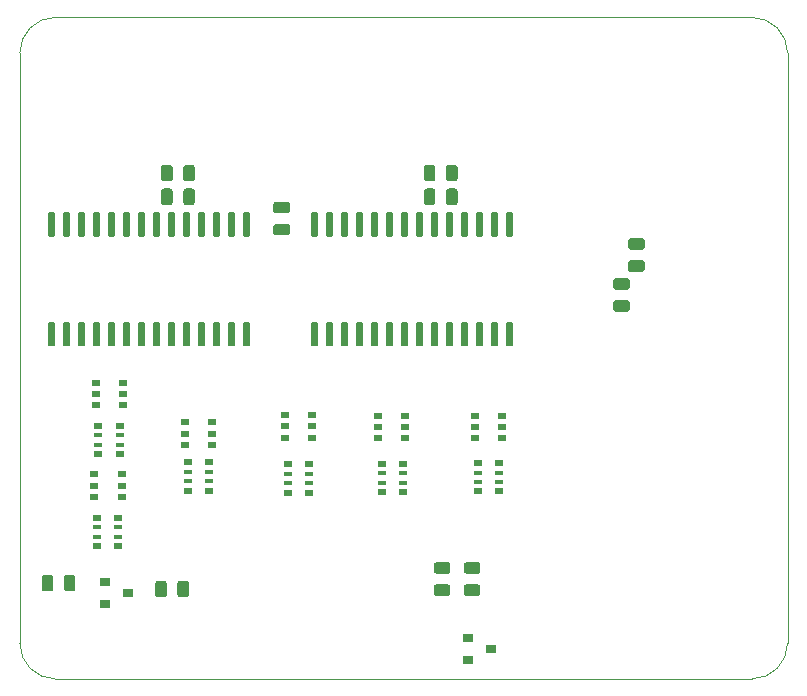
<source format=gbr>
G04 #@! TF.GenerationSoftware,KiCad,Pcbnew,5.1.5-52549c5~84~ubuntu19.10.1*
G04 #@! TF.CreationDate,2019-12-17T22:32:53+01:00*
G04 #@! TF.ProjectId,pi-hat,70692d68-6174-42e6-9b69-6361645f7063,rev?*
G04 #@! TF.SameCoordinates,Original*
G04 #@! TF.FileFunction,Paste,Bot*
G04 #@! TF.FilePolarity,Positive*
%FSLAX46Y46*%
G04 Gerber Fmt 4.6, Leading zero omitted, Abs format (unit mm)*
G04 Created by KiCad (PCBNEW 5.1.5-52549c5~84~ubuntu19.10.1) date 2019-12-17 22:32:53*
%MOMM*%
%LPD*%
G04 APERTURE LIST*
%ADD10C,0.100000*%
%ADD11R,0.700000X0.510000*%
%ADD12R,0.800000X0.500000*%
%ADD13R,0.800000X0.400000*%
%ADD14R,0.900000X0.800000*%
G04 APERTURE END LIST*
D10*
X78546356Y-63817611D02*
G75*
G02X81546356Y-60817611I3000000J0D01*
G01*
X78546356Y-63817611D02*
X78546356Y-113817611D01*
X140546356Y-60817611D02*
X81546356Y-60817611D01*
X140546356Y-60817611D02*
G75*
G02X143546356Y-63817611I0J-3000000D01*
G01*
X143546356Y-113817611D02*
X143546356Y-63817611D01*
X81546356Y-116817611D02*
G75*
G02X78546356Y-113817611I0J3000000D01*
G01*
X81546356Y-116817611D02*
X140546356Y-116817611D01*
X143546356Y-113817611D02*
G75*
G02X140546356Y-116817611I-3000000J0D01*
G01*
D11*
X87160000Y-101400000D03*
X87160000Y-100450000D03*
X87160000Y-99500000D03*
X84840000Y-99500000D03*
X84840000Y-100450000D03*
X84840000Y-101400000D03*
X87320000Y-93650000D03*
X87320000Y-92700000D03*
X87320000Y-91750000D03*
X85000000Y-91750000D03*
X85000000Y-92700000D03*
X85000000Y-93650000D03*
D10*
G36*
X103659703Y-86625722D02*
G01*
X103674264Y-86627882D01*
X103688543Y-86631459D01*
X103702403Y-86636418D01*
X103715710Y-86642712D01*
X103728336Y-86650280D01*
X103740159Y-86659048D01*
X103751066Y-86668934D01*
X103760952Y-86679841D01*
X103769720Y-86691664D01*
X103777288Y-86704290D01*
X103783582Y-86717597D01*
X103788541Y-86731457D01*
X103792118Y-86745736D01*
X103794278Y-86760297D01*
X103795000Y-86775000D01*
X103795000Y-88525000D01*
X103794278Y-88539703D01*
X103792118Y-88554264D01*
X103788541Y-88568543D01*
X103783582Y-88582403D01*
X103777288Y-88595710D01*
X103769720Y-88608336D01*
X103760952Y-88620159D01*
X103751066Y-88631066D01*
X103740159Y-88640952D01*
X103728336Y-88649720D01*
X103715710Y-88657288D01*
X103702403Y-88663582D01*
X103688543Y-88668541D01*
X103674264Y-88672118D01*
X103659703Y-88674278D01*
X103645000Y-88675000D01*
X103345000Y-88675000D01*
X103330297Y-88674278D01*
X103315736Y-88672118D01*
X103301457Y-88668541D01*
X103287597Y-88663582D01*
X103274290Y-88657288D01*
X103261664Y-88649720D01*
X103249841Y-88640952D01*
X103238934Y-88631066D01*
X103229048Y-88620159D01*
X103220280Y-88608336D01*
X103212712Y-88595710D01*
X103206418Y-88582403D01*
X103201459Y-88568543D01*
X103197882Y-88554264D01*
X103195722Y-88539703D01*
X103195000Y-88525000D01*
X103195000Y-86775000D01*
X103195722Y-86760297D01*
X103197882Y-86745736D01*
X103201459Y-86731457D01*
X103206418Y-86717597D01*
X103212712Y-86704290D01*
X103220280Y-86691664D01*
X103229048Y-86679841D01*
X103238934Y-86668934D01*
X103249841Y-86659048D01*
X103261664Y-86650280D01*
X103274290Y-86642712D01*
X103287597Y-86636418D01*
X103301457Y-86631459D01*
X103315736Y-86627882D01*
X103330297Y-86625722D01*
X103345000Y-86625000D01*
X103645000Y-86625000D01*
X103659703Y-86625722D01*
G37*
G36*
X104929703Y-86625722D02*
G01*
X104944264Y-86627882D01*
X104958543Y-86631459D01*
X104972403Y-86636418D01*
X104985710Y-86642712D01*
X104998336Y-86650280D01*
X105010159Y-86659048D01*
X105021066Y-86668934D01*
X105030952Y-86679841D01*
X105039720Y-86691664D01*
X105047288Y-86704290D01*
X105053582Y-86717597D01*
X105058541Y-86731457D01*
X105062118Y-86745736D01*
X105064278Y-86760297D01*
X105065000Y-86775000D01*
X105065000Y-88525000D01*
X105064278Y-88539703D01*
X105062118Y-88554264D01*
X105058541Y-88568543D01*
X105053582Y-88582403D01*
X105047288Y-88595710D01*
X105039720Y-88608336D01*
X105030952Y-88620159D01*
X105021066Y-88631066D01*
X105010159Y-88640952D01*
X104998336Y-88649720D01*
X104985710Y-88657288D01*
X104972403Y-88663582D01*
X104958543Y-88668541D01*
X104944264Y-88672118D01*
X104929703Y-88674278D01*
X104915000Y-88675000D01*
X104615000Y-88675000D01*
X104600297Y-88674278D01*
X104585736Y-88672118D01*
X104571457Y-88668541D01*
X104557597Y-88663582D01*
X104544290Y-88657288D01*
X104531664Y-88649720D01*
X104519841Y-88640952D01*
X104508934Y-88631066D01*
X104499048Y-88620159D01*
X104490280Y-88608336D01*
X104482712Y-88595710D01*
X104476418Y-88582403D01*
X104471459Y-88568543D01*
X104467882Y-88554264D01*
X104465722Y-88539703D01*
X104465000Y-88525000D01*
X104465000Y-86775000D01*
X104465722Y-86760297D01*
X104467882Y-86745736D01*
X104471459Y-86731457D01*
X104476418Y-86717597D01*
X104482712Y-86704290D01*
X104490280Y-86691664D01*
X104499048Y-86679841D01*
X104508934Y-86668934D01*
X104519841Y-86659048D01*
X104531664Y-86650280D01*
X104544290Y-86642712D01*
X104557597Y-86636418D01*
X104571457Y-86631459D01*
X104585736Y-86627882D01*
X104600297Y-86625722D01*
X104615000Y-86625000D01*
X104915000Y-86625000D01*
X104929703Y-86625722D01*
G37*
G36*
X106199703Y-86625722D02*
G01*
X106214264Y-86627882D01*
X106228543Y-86631459D01*
X106242403Y-86636418D01*
X106255710Y-86642712D01*
X106268336Y-86650280D01*
X106280159Y-86659048D01*
X106291066Y-86668934D01*
X106300952Y-86679841D01*
X106309720Y-86691664D01*
X106317288Y-86704290D01*
X106323582Y-86717597D01*
X106328541Y-86731457D01*
X106332118Y-86745736D01*
X106334278Y-86760297D01*
X106335000Y-86775000D01*
X106335000Y-88525000D01*
X106334278Y-88539703D01*
X106332118Y-88554264D01*
X106328541Y-88568543D01*
X106323582Y-88582403D01*
X106317288Y-88595710D01*
X106309720Y-88608336D01*
X106300952Y-88620159D01*
X106291066Y-88631066D01*
X106280159Y-88640952D01*
X106268336Y-88649720D01*
X106255710Y-88657288D01*
X106242403Y-88663582D01*
X106228543Y-88668541D01*
X106214264Y-88672118D01*
X106199703Y-88674278D01*
X106185000Y-88675000D01*
X105885000Y-88675000D01*
X105870297Y-88674278D01*
X105855736Y-88672118D01*
X105841457Y-88668541D01*
X105827597Y-88663582D01*
X105814290Y-88657288D01*
X105801664Y-88649720D01*
X105789841Y-88640952D01*
X105778934Y-88631066D01*
X105769048Y-88620159D01*
X105760280Y-88608336D01*
X105752712Y-88595710D01*
X105746418Y-88582403D01*
X105741459Y-88568543D01*
X105737882Y-88554264D01*
X105735722Y-88539703D01*
X105735000Y-88525000D01*
X105735000Y-86775000D01*
X105735722Y-86760297D01*
X105737882Y-86745736D01*
X105741459Y-86731457D01*
X105746418Y-86717597D01*
X105752712Y-86704290D01*
X105760280Y-86691664D01*
X105769048Y-86679841D01*
X105778934Y-86668934D01*
X105789841Y-86659048D01*
X105801664Y-86650280D01*
X105814290Y-86642712D01*
X105827597Y-86636418D01*
X105841457Y-86631459D01*
X105855736Y-86627882D01*
X105870297Y-86625722D01*
X105885000Y-86625000D01*
X106185000Y-86625000D01*
X106199703Y-86625722D01*
G37*
G36*
X107469703Y-86625722D02*
G01*
X107484264Y-86627882D01*
X107498543Y-86631459D01*
X107512403Y-86636418D01*
X107525710Y-86642712D01*
X107538336Y-86650280D01*
X107550159Y-86659048D01*
X107561066Y-86668934D01*
X107570952Y-86679841D01*
X107579720Y-86691664D01*
X107587288Y-86704290D01*
X107593582Y-86717597D01*
X107598541Y-86731457D01*
X107602118Y-86745736D01*
X107604278Y-86760297D01*
X107605000Y-86775000D01*
X107605000Y-88525000D01*
X107604278Y-88539703D01*
X107602118Y-88554264D01*
X107598541Y-88568543D01*
X107593582Y-88582403D01*
X107587288Y-88595710D01*
X107579720Y-88608336D01*
X107570952Y-88620159D01*
X107561066Y-88631066D01*
X107550159Y-88640952D01*
X107538336Y-88649720D01*
X107525710Y-88657288D01*
X107512403Y-88663582D01*
X107498543Y-88668541D01*
X107484264Y-88672118D01*
X107469703Y-88674278D01*
X107455000Y-88675000D01*
X107155000Y-88675000D01*
X107140297Y-88674278D01*
X107125736Y-88672118D01*
X107111457Y-88668541D01*
X107097597Y-88663582D01*
X107084290Y-88657288D01*
X107071664Y-88649720D01*
X107059841Y-88640952D01*
X107048934Y-88631066D01*
X107039048Y-88620159D01*
X107030280Y-88608336D01*
X107022712Y-88595710D01*
X107016418Y-88582403D01*
X107011459Y-88568543D01*
X107007882Y-88554264D01*
X107005722Y-88539703D01*
X107005000Y-88525000D01*
X107005000Y-86775000D01*
X107005722Y-86760297D01*
X107007882Y-86745736D01*
X107011459Y-86731457D01*
X107016418Y-86717597D01*
X107022712Y-86704290D01*
X107030280Y-86691664D01*
X107039048Y-86679841D01*
X107048934Y-86668934D01*
X107059841Y-86659048D01*
X107071664Y-86650280D01*
X107084290Y-86642712D01*
X107097597Y-86636418D01*
X107111457Y-86631459D01*
X107125736Y-86627882D01*
X107140297Y-86625722D01*
X107155000Y-86625000D01*
X107455000Y-86625000D01*
X107469703Y-86625722D01*
G37*
G36*
X108739703Y-86625722D02*
G01*
X108754264Y-86627882D01*
X108768543Y-86631459D01*
X108782403Y-86636418D01*
X108795710Y-86642712D01*
X108808336Y-86650280D01*
X108820159Y-86659048D01*
X108831066Y-86668934D01*
X108840952Y-86679841D01*
X108849720Y-86691664D01*
X108857288Y-86704290D01*
X108863582Y-86717597D01*
X108868541Y-86731457D01*
X108872118Y-86745736D01*
X108874278Y-86760297D01*
X108875000Y-86775000D01*
X108875000Y-88525000D01*
X108874278Y-88539703D01*
X108872118Y-88554264D01*
X108868541Y-88568543D01*
X108863582Y-88582403D01*
X108857288Y-88595710D01*
X108849720Y-88608336D01*
X108840952Y-88620159D01*
X108831066Y-88631066D01*
X108820159Y-88640952D01*
X108808336Y-88649720D01*
X108795710Y-88657288D01*
X108782403Y-88663582D01*
X108768543Y-88668541D01*
X108754264Y-88672118D01*
X108739703Y-88674278D01*
X108725000Y-88675000D01*
X108425000Y-88675000D01*
X108410297Y-88674278D01*
X108395736Y-88672118D01*
X108381457Y-88668541D01*
X108367597Y-88663582D01*
X108354290Y-88657288D01*
X108341664Y-88649720D01*
X108329841Y-88640952D01*
X108318934Y-88631066D01*
X108309048Y-88620159D01*
X108300280Y-88608336D01*
X108292712Y-88595710D01*
X108286418Y-88582403D01*
X108281459Y-88568543D01*
X108277882Y-88554264D01*
X108275722Y-88539703D01*
X108275000Y-88525000D01*
X108275000Y-86775000D01*
X108275722Y-86760297D01*
X108277882Y-86745736D01*
X108281459Y-86731457D01*
X108286418Y-86717597D01*
X108292712Y-86704290D01*
X108300280Y-86691664D01*
X108309048Y-86679841D01*
X108318934Y-86668934D01*
X108329841Y-86659048D01*
X108341664Y-86650280D01*
X108354290Y-86642712D01*
X108367597Y-86636418D01*
X108381457Y-86631459D01*
X108395736Y-86627882D01*
X108410297Y-86625722D01*
X108425000Y-86625000D01*
X108725000Y-86625000D01*
X108739703Y-86625722D01*
G37*
G36*
X110009703Y-86625722D02*
G01*
X110024264Y-86627882D01*
X110038543Y-86631459D01*
X110052403Y-86636418D01*
X110065710Y-86642712D01*
X110078336Y-86650280D01*
X110090159Y-86659048D01*
X110101066Y-86668934D01*
X110110952Y-86679841D01*
X110119720Y-86691664D01*
X110127288Y-86704290D01*
X110133582Y-86717597D01*
X110138541Y-86731457D01*
X110142118Y-86745736D01*
X110144278Y-86760297D01*
X110145000Y-86775000D01*
X110145000Y-88525000D01*
X110144278Y-88539703D01*
X110142118Y-88554264D01*
X110138541Y-88568543D01*
X110133582Y-88582403D01*
X110127288Y-88595710D01*
X110119720Y-88608336D01*
X110110952Y-88620159D01*
X110101066Y-88631066D01*
X110090159Y-88640952D01*
X110078336Y-88649720D01*
X110065710Y-88657288D01*
X110052403Y-88663582D01*
X110038543Y-88668541D01*
X110024264Y-88672118D01*
X110009703Y-88674278D01*
X109995000Y-88675000D01*
X109695000Y-88675000D01*
X109680297Y-88674278D01*
X109665736Y-88672118D01*
X109651457Y-88668541D01*
X109637597Y-88663582D01*
X109624290Y-88657288D01*
X109611664Y-88649720D01*
X109599841Y-88640952D01*
X109588934Y-88631066D01*
X109579048Y-88620159D01*
X109570280Y-88608336D01*
X109562712Y-88595710D01*
X109556418Y-88582403D01*
X109551459Y-88568543D01*
X109547882Y-88554264D01*
X109545722Y-88539703D01*
X109545000Y-88525000D01*
X109545000Y-86775000D01*
X109545722Y-86760297D01*
X109547882Y-86745736D01*
X109551459Y-86731457D01*
X109556418Y-86717597D01*
X109562712Y-86704290D01*
X109570280Y-86691664D01*
X109579048Y-86679841D01*
X109588934Y-86668934D01*
X109599841Y-86659048D01*
X109611664Y-86650280D01*
X109624290Y-86642712D01*
X109637597Y-86636418D01*
X109651457Y-86631459D01*
X109665736Y-86627882D01*
X109680297Y-86625722D01*
X109695000Y-86625000D01*
X109995000Y-86625000D01*
X110009703Y-86625722D01*
G37*
G36*
X111279703Y-86625722D02*
G01*
X111294264Y-86627882D01*
X111308543Y-86631459D01*
X111322403Y-86636418D01*
X111335710Y-86642712D01*
X111348336Y-86650280D01*
X111360159Y-86659048D01*
X111371066Y-86668934D01*
X111380952Y-86679841D01*
X111389720Y-86691664D01*
X111397288Y-86704290D01*
X111403582Y-86717597D01*
X111408541Y-86731457D01*
X111412118Y-86745736D01*
X111414278Y-86760297D01*
X111415000Y-86775000D01*
X111415000Y-88525000D01*
X111414278Y-88539703D01*
X111412118Y-88554264D01*
X111408541Y-88568543D01*
X111403582Y-88582403D01*
X111397288Y-88595710D01*
X111389720Y-88608336D01*
X111380952Y-88620159D01*
X111371066Y-88631066D01*
X111360159Y-88640952D01*
X111348336Y-88649720D01*
X111335710Y-88657288D01*
X111322403Y-88663582D01*
X111308543Y-88668541D01*
X111294264Y-88672118D01*
X111279703Y-88674278D01*
X111265000Y-88675000D01*
X110965000Y-88675000D01*
X110950297Y-88674278D01*
X110935736Y-88672118D01*
X110921457Y-88668541D01*
X110907597Y-88663582D01*
X110894290Y-88657288D01*
X110881664Y-88649720D01*
X110869841Y-88640952D01*
X110858934Y-88631066D01*
X110849048Y-88620159D01*
X110840280Y-88608336D01*
X110832712Y-88595710D01*
X110826418Y-88582403D01*
X110821459Y-88568543D01*
X110817882Y-88554264D01*
X110815722Y-88539703D01*
X110815000Y-88525000D01*
X110815000Y-86775000D01*
X110815722Y-86760297D01*
X110817882Y-86745736D01*
X110821459Y-86731457D01*
X110826418Y-86717597D01*
X110832712Y-86704290D01*
X110840280Y-86691664D01*
X110849048Y-86679841D01*
X110858934Y-86668934D01*
X110869841Y-86659048D01*
X110881664Y-86650280D01*
X110894290Y-86642712D01*
X110907597Y-86636418D01*
X110921457Y-86631459D01*
X110935736Y-86627882D01*
X110950297Y-86625722D01*
X110965000Y-86625000D01*
X111265000Y-86625000D01*
X111279703Y-86625722D01*
G37*
G36*
X112549703Y-86625722D02*
G01*
X112564264Y-86627882D01*
X112578543Y-86631459D01*
X112592403Y-86636418D01*
X112605710Y-86642712D01*
X112618336Y-86650280D01*
X112630159Y-86659048D01*
X112641066Y-86668934D01*
X112650952Y-86679841D01*
X112659720Y-86691664D01*
X112667288Y-86704290D01*
X112673582Y-86717597D01*
X112678541Y-86731457D01*
X112682118Y-86745736D01*
X112684278Y-86760297D01*
X112685000Y-86775000D01*
X112685000Y-88525000D01*
X112684278Y-88539703D01*
X112682118Y-88554264D01*
X112678541Y-88568543D01*
X112673582Y-88582403D01*
X112667288Y-88595710D01*
X112659720Y-88608336D01*
X112650952Y-88620159D01*
X112641066Y-88631066D01*
X112630159Y-88640952D01*
X112618336Y-88649720D01*
X112605710Y-88657288D01*
X112592403Y-88663582D01*
X112578543Y-88668541D01*
X112564264Y-88672118D01*
X112549703Y-88674278D01*
X112535000Y-88675000D01*
X112235000Y-88675000D01*
X112220297Y-88674278D01*
X112205736Y-88672118D01*
X112191457Y-88668541D01*
X112177597Y-88663582D01*
X112164290Y-88657288D01*
X112151664Y-88649720D01*
X112139841Y-88640952D01*
X112128934Y-88631066D01*
X112119048Y-88620159D01*
X112110280Y-88608336D01*
X112102712Y-88595710D01*
X112096418Y-88582403D01*
X112091459Y-88568543D01*
X112087882Y-88554264D01*
X112085722Y-88539703D01*
X112085000Y-88525000D01*
X112085000Y-86775000D01*
X112085722Y-86760297D01*
X112087882Y-86745736D01*
X112091459Y-86731457D01*
X112096418Y-86717597D01*
X112102712Y-86704290D01*
X112110280Y-86691664D01*
X112119048Y-86679841D01*
X112128934Y-86668934D01*
X112139841Y-86659048D01*
X112151664Y-86650280D01*
X112164290Y-86642712D01*
X112177597Y-86636418D01*
X112191457Y-86631459D01*
X112205736Y-86627882D01*
X112220297Y-86625722D01*
X112235000Y-86625000D01*
X112535000Y-86625000D01*
X112549703Y-86625722D01*
G37*
G36*
X113819703Y-86625722D02*
G01*
X113834264Y-86627882D01*
X113848543Y-86631459D01*
X113862403Y-86636418D01*
X113875710Y-86642712D01*
X113888336Y-86650280D01*
X113900159Y-86659048D01*
X113911066Y-86668934D01*
X113920952Y-86679841D01*
X113929720Y-86691664D01*
X113937288Y-86704290D01*
X113943582Y-86717597D01*
X113948541Y-86731457D01*
X113952118Y-86745736D01*
X113954278Y-86760297D01*
X113955000Y-86775000D01*
X113955000Y-88525000D01*
X113954278Y-88539703D01*
X113952118Y-88554264D01*
X113948541Y-88568543D01*
X113943582Y-88582403D01*
X113937288Y-88595710D01*
X113929720Y-88608336D01*
X113920952Y-88620159D01*
X113911066Y-88631066D01*
X113900159Y-88640952D01*
X113888336Y-88649720D01*
X113875710Y-88657288D01*
X113862403Y-88663582D01*
X113848543Y-88668541D01*
X113834264Y-88672118D01*
X113819703Y-88674278D01*
X113805000Y-88675000D01*
X113505000Y-88675000D01*
X113490297Y-88674278D01*
X113475736Y-88672118D01*
X113461457Y-88668541D01*
X113447597Y-88663582D01*
X113434290Y-88657288D01*
X113421664Y-88649720D01*
X113409841Y-88640952D01*
X113398934Y-88631066D01*
X113389048Y-88620159D01*
X113380280Y-88608336D01*
X113372712Y-88595710D01*
X113366418Y-88582403D01*
X113361459Y-88568543D01*
X113357882Y-88554264D01*
X113355722Y-88539703D01*
X113355000Y-88525000D01*
X113355000Y-86775000D01*
X113355722Y-86760297D01*
X113357882Y-86745736D01*
X113361459Y-86731457D01*
X113366418Y-86717597D01*
X113372712Y-86704290D01*
X113380280Y-86691664D01*
X113389048Y-86679841D01*
X113398934Y-86668934D01*
X113409841Y-86659048D01*
X113421664Y-86650280D01*
X113434290Y-86642712D01*
X113447597Y-86636418D01*
X113461457Y-86631459D01*
X113475736Y-86627882D01*
X113490297Y-86625722D01*
X113505000Y-86625000D01*
X113805000Y-86625000D01*
X113819703Y-86625722D01*
G37*
G36*
X115089703Y-86625722D02*
G01*
X115104264Y-86627882D01*
X115118543Y-86631459D01*
X115132403Y-86636418D01*
X115145710Y-86642712D01*
X115158336Y-86650280D01*
X115170159Y-86659048D01*
X115181066Y-86668934D01*
X115190952Y-86679841D01*
X115199720Y-86691664D01*
X115207288Y-86704290D01*
X115213582Y-86717597D01*
X115218541Y-86731457D01*
X115222118Y-86745736D01*
X115224278Y-86760297D01*
X115225000Y-86775000D01*
X115225000Y-88525000D01*
X115224278Y-88539703D01*
X115222118Y-88554264D01*
X115218541Y-88568543D01*
X115213582Y-88582403D01*
X115207288Y-88595710D01*
X115199720Y-88608336D01*
X115190952Y-88620159D01*
X115181066Y-88631066D01*
X115170159Y-88640952D01*
X115158336Y-88649720D01*
X115145710Y-88657288D01*
X115132403Y-88663582D01*
X115118543Y-88668541D01*
X115104264Y-88672118D01*
X115089703Y-88674278D01*
X115075000Y-88675000D01*
X114775000Y-88675000D01*
X114760297Y-88674278D01*
X114745736Y-88672118D01*
X114731457Y-88668541D01*
X114717597Y-88663582D01*
X114704290Y-88657288D01*
X114691664Y-88649720D01*
X114679841Y-88640952D01*
X114668934Y-88631066D01*
X114659048Y-88620159D01*
X114650280Y-88608336D01*
X114642712Y-88595710D01*
X114636418Y-88582403D01*
X114631459Y-88568543D01*
X114627882Y-88554264D01*
X114625722Y-88539703D01*
X114625000Y-88525000D01*
X114625000Y-86775000D01*
X114625722Y-86760297D01*
X114627882Y-86745736D01*
X114631459Y-86731457D01*
X114636418Y-86717597D01*
X114642712Y-86704290D01*
X114650280Y-86691664D01*
X114659048Y-86679841D01*
X114668934Y-86668934D01*
X114679841Y-86659048D01*
X114691664Y-86650280D01*
X114704290Y-86642712D01*
X114717597Y-86636418D01*
X114731457Y-86631459D01*
X114745736Y-86627882D01*
X114760297Y-86625722D01*
X114775000Y-86625000D01*
X115075000Y-86625000D01*
X115089703Y-86625722D01*
G37*
G36*
X116359703Y-86625722D02*
G01*
X116374264Y-86627882D01*
X116388543Y-86631459D01*
X116402403Y-86636418D01*
X116415710Y-86642712D01*
X116428336Y-86650280D01*
X116440159Y-86659048D01*
X116451066Y-86668934D01*
X116460952Y-86679841D01*
X116469720Y-86691664D01*
X116477288Y-86704290D01*
X116483582Y-86717597D01*
X116488541Y-86731457D01*
X116492118Y-86745736D01*
X116494278Y-86760297D01*
X116495000Y-86775000D01*
X116495000Y-88525000D01*
X116494278Y-88539703D01*
X116492118Y-88554264D01*
X116488541Y-88568543D01*
X116483582Y-88582403D01*
X116477288Y-88595710D01*
X116469720Y-88608336D01*
X116460952Y-88620159D01*
X116451066Y-88631066D01*
X116440159Y-88640952D01*
X116428336Y-88649720D01*
X116415710Y-88657288D01*
X116402403Y-88663582D01*
X116388543Y-88668541D01*
X116374264Y-88672118D01*
X116359703Y-88674278D01*
X116345000Y-88675000D01*
X116045000Y-88675000D01*
X116030297Y-88674278D01*
X116015736Y-88672118D01*
X116001457Y-88668541D01*
X115987597Y-88663582D01*
X115974290Y-88657288D01*
X115961664Y-88649720D01*
X115949841Y-88640952D01*
X115938934Y-88631066D01*
X115929048Y-88620159D01*
X115920280Y-88608336D01*
X115912712Y-88595710D01*
X115906418Y-88582403D01*
X115901459Y-88568543D01*
X115897882Y-88554264D01*
X115895722Y-88539703D01*
X115895000Y-88525000D01*
X115895000Y-86775000D01*
X115895722Y-86760297D01*
X115897882Y-86745736D01*
X115901459Y-86731457D01*
X115906418Y-86717597D01*
X115912712Y-86704290D01*
X115920280Y-86691664D01*
X115929048Y-86679841D01*
X115938934Y-86668934D01*
X115949841Y-86659048D01*
X115961664Y-86650280D01*
X115974290Y-86642712D01*
X115987597Y-86636418D01*
X116001457Y-86631459D01*
X116015736Y-86627882D01*
X116030297Y-86625722D01*
X116045000Y-86625000D01*
X116345000Y-86625000D01*
X116359703Y-86625722D01*
G37*
G36*
X117629703Y-86625722D02*
G01*
X117644264Y-86627882D01*
X117658543Y-86631459D01*
X117672403Y-86636418D01*
X117685710Y-86642712D01*
X117698336Y-86650280D01*
X117710159Y-86659048D01*
X117721066Y-86668934D01*
X117730952Y-86679841D01*
X117739720Y-86691664D01*
X117747288Y-86704290D01*
X117753582Y-86717597D01*
X117758541Y-86731457D01*
X117762118Y-86745736D01*
X117764278Y-86760297D01*
X117765000Y-86775000D01*
X117765000Y-88525000D01*
X117764278Y-88539703D01*
X117762118Y-88554264D01*
X117758541Y-88568543D01*
X117753582Y-88582403D01*
X117747288Y-88595710D01*
X117739720Y-88608336D01*
X117730952Y-88620159D01*
X117721066Y-88631066D01*
X117710159Y-88640952D01*
X117698336Y-88649720D01*
X117685710Y-88657288D01*
X117672403Y-88663582D01*
X117658543Y-88668541D01*
X117644264Y-88672118D01*
X117629703Y-88674278D01*
X117615000Y-88675000D01*
X117315000Y-88675000D01*
X117300297Y-88674278D01*
X117285736Y-88672118D01*
X117271457Y-88668541D01*
X117257597Y-88663582D01*
X117244290Y-88657288D01*
X117231664Y-88649720D01*
X117219841Y-88640952D01*
X117208934Y-88631066D01*
X117199048Y-88620159D01*
X117190280Y-88608336D01*
X117182712Y-88595710D01*
X117176418Y-88582403D01*
X117171459Y-88568543D01*
X117167882Y-88554264D01*
X117165722Y-88539703D01*
X117165000Y-88525000D01*
X117165000Y-86775000D01*
X117165722Y-86760297D01*
X117167882Y-86745736D01*
X117171459Y-86731457D01*
X117176418Y-86717597D01*
X117182712Y-86704290D01*
X117190280Y-86691664D01*
X117199048Y-86679841D01*
X117208934Y-86668934D01*
X117219841Y-86659048D01*
X117231664Y-86650280D01*
X117244290Y-86642712D01*
X117257597Y-86636418D01*
X117271457Y-86631459D01*
X117285736Y-86627882D01*
X117300297Y-86625722D01*
X117315000Y-86625000D01*
X117615000Y-86625000D01*
X117629703Y-86625722D01*
G37*
G36*
X118899703Y-86625722D02*
G01*
X118914264Y-86627882D01*
X118928543Y-86631459D01*
X118942403Y-86636418D01*
X118955710Y-86642712D01*
X118968336Y-86650280D01*
X118980159Y-86659048D01*
X118991066Y-86668934D01*
X119000952Y-86679841D01*
X119009720Y-86691664D01*
X119017288Y-86704290D01*
X119023582Y-86717597D01*
X119028541Y-86731457D01*
X119032118Y-86745736D01*
X119034278Y-86760297D01*
X119035000Y-86775000D01*
X119035000Y-88525000D01*
X119034278Y-88539703D01*
X119032118Y-88554264D01*
X119028541Y-88568543D01*
X119023582Y-88582403D01*
X119017288Y-88595710D01*
X119009720Y-88608336D01*
X119000952Y-88620159D01*
X118991066Y-88631066D01*
X118980159Y-88640952D01*
X118968336Y-88649720D01*
X118955710Y-88657288D01*
X118942403Y-88663582D01*
X118928543Y-88668541D01*
X118914264Y-88672118D01*
X118899703Y-88674278D01*
X118885000Y-88675000D01*
X118585000Y-88675000D01*
X118570297Y-88674278D01*
X118555736Y-88672118D01*
X118541457Y-88668541D01*
X118527597Y-88663582D01*
X118514290Y-88657288D01*
X118501664Y-88649720D01*
X118489841Y-88640952D01*
X118478934Y-88631066D01*
X118469048Y-88620159D01*
X118460280Y-88608336D01*
X118452712Y-88595710D01*
X118446418Y-88582403D01*
X118441459Y-88568543D01*
X118437882Y-88554264D01*
X118435722Y-88539703D01*
X118435000Y-88525000D01*
X118435000Y-86775000D01*
X118435722Y-86760297D01*
X118437882Y-86745736D01*
X118441459Y-86731457D01*
X118446418Y-86717597D01*
X118452712Y-86704290D01*
X118460280Y-86691664D01*
X118469048Y-86679841D01*
X118478934Y-86668934D01*
X118489841Y-86659048D01*
X118501664Y-86650280D01*
X118514290Y-86642712D01*
X118527597Y-86636418D01*
X118541457Y-86631459D01*
X118555736Y-86627882D01*
X118570297Y-86625722D01*
X118585000Y-86625000D01*
X118885000Y-86625000D01*
X118899703Y-86625722D01*
G37*
G36*
X120169703Y-86625722D02*
G01*
X120184264Y-86627882D01*
X120198543Y-86631459D01*
X120212403Y-86636418D01*
X120225710Y-86642712D01*
X120238336Y-86650280D01*
X120250159Y-86659048D01*
X120261066Y-86668934D01*
X120270952Y-86679841D01*
X120279720Y-86691664D01*
X120287288Y-86704290D01*
X120293582Y-86717597D01*
X120298541Y-86731457D01*
X120302118Y-86745736D01*
X120304278Y-86760297D01*
X120305000Y-86775000D01*
X120305000Y-88525000D01*
X120304278Y-88539703D01*
X120302118Y-88554264D01*
X120298541Y-88568543D01*
X120293582Y-88582403D01*
X120287288Y-88595710D01*
X120279720Y-88608336D01*
X120270952Y-88620159D01*
X120261066Y-88631066D01*
X120250159Y-88640952D01*
X120238336Y-88649720D01*
X120225710Y-88657288D01*
X120212403Y-88663582D01*
X120198543Y-88668541D01*
X120184264Y-88672118D01*
X120169703Y-88674278D01*
X120155000Y-88675000D01*
X119855000Y-88675000D01*
X119840297Y-88674278D01*
X119825736Y-88672118D01*
X119811457Y-88668541D01*
X119797597Y-88663582D01*
X119784290Y-88657288D01*
X119771664Y-88649720D01*
X119759841Y-88640952D01*
X119748934Y-88631066D01*
X119739048Y-88620159D01*
X119730280Y-88608336D01*
X119722712Y-88595710D01*
X119716418Y-88582403D01*
X119711459Y-88568543D01*
X119707882Y-88554264D01*
X119705722Y-88539703D01*
X119705000Y-88525000D01*
X119705000Y-86775000D01*
X119705722Y-86760297D01*
X119707882Y-86745736D01*
X119711459Y-86731457D01*
X119716418Y-86717597D01*
X119722712Y-86704290D01*
X119730280Y-86691664D01*
X119739048Y-86679841D01*
X119748934Y-86668934D01*
X119759841Y-86659048D01*
X119771664Y-86650280D01*
X119784290Y-86642712D01*
X119797597Y-86636418D01*
X119811457Y-86631459D01*
X119825736Y-86627882D01*
X119840297Y-86625722D01*
X119855000Y-86625000D01*
X120155000Y-86625000D01*
X120169703Y-86625722D01*
G37*
G36*
X120169703Y-77325722D02*
G01*
X120184264Y-77327882D01*
X120198543Y-77331459D01*
X120212403Y-77336418D01*
X120225710Y-77342712D01*
X120238336Y-77350280D01*
X120250159Y-77359048D01*
X120261066Y-77368934D01*
X120270952Y-77379841D01*
X120279720Y-77391664D01*
X120287288Y-77404290D01*
X120293582Y-77417597D01*
X120298541Y-77431457D01*
X120302118Y-77445736D01*
X120304278Y-77460297D01*
X120305000Y-77475000D01*
X120305000Y-79225000D01*
X120304278Y-79239703D01*
X120302118Y-79254264D01*
X120298541Y-79268543D01*
X120293582Y-79282403D01*
X120287288Y-79295710D01*
X120279720Y-79308336D01*
X120270952Y-79320159D01*
X120261066Y-79331066D01*
X120250159Y-79340952D01*
X120238336Y-79349720D01*
X120225710Y-79357288D01*
X120212403Y-79363582D01*
X120198543Y-79368541D01*
X120184264Y-79372118D01*
X120169703Y-79374278D01*
X120155000Y-79375000D01*
X119855000Y-79375000D01*
X119840297Y-79374278D01*
X119825736Y-79372118D01*
X119811457Y-79368541D01*
X119797597Y-79363582D01*
X119784290Y-79357288D01*
X119771664Y-79349720D01*
X119759841Y-79340952D01*
X119748934Y-79331066D01*
X119739048Y-79320159D01*
X119730280Y-79308336D01*
X119722712Y-79295710D01*
X119716418Y-79282403D01*
X119711459Y-79268543D01*
X119707882Y-79254264D01*
X119705722Y-79239703D01*
X119705000Y-79225000D01*
X119705000Y-77475000D01*
X119705722Y-77460297D01*
X119707882Y-77445736D01*
X119711459Y-77431457D01*
X119716418Y-77417597D01*
X119722712Y-77404290D01*
X119730280Y-77391664D01*
X119739048Y-77379841D01*
X119748934Y-77368934D01*
X119759841Y-77359048D01*
X119771664Y-77350280D01*
X119784290Y-77342712D01*
X119797597Y-77336418D01*
X119811457Y-77331459D01*
X119825736Y-77327882D01*
X119840297Y-77325722D01*
X119855000Y-77325000D01*
X120155000Y-77325000D01*
X120169703Y-77325722D01*
G37*
G36*
X118899703Y-77325722D02*
G01*
X118914264Y-77327882D01*
X118928543Y-77331459D01*
X118942403Y-77336418D01*
X118955710Y-77342712D01*
X118968336Y-77350280D01*
X118980159Y-77359048D01*
X118991066Y-77368934D01*
X119000952Y-77379841D01*
X119009720Y-77391664D01*
X119017288Y-77404290D01*
X119023582Y-77417597D01*
X119028541Y-77431457D01*
X119032118Y-77445736D01*
X119034278Y-77460297D01*
X119035000Y-77475000D01*
X119035000Y-79225000D01*
X119034278Y-79239703D01*
X119032118Y-79254264D01*
X119028541Y-79268543D01*
X119023582Y-79282403D01*
X119017288Y-79295710D01*
X119009720Y-79308336D01*
X119000952Y-79320159D01*
X118991066Y-79331066D01*
X118980159Y-79340952D01*
X118968336Y-79349720D01*
X118955710Y-79357288D01*
X118942403Y-79363582D01*
X118928543Y-79368541D01*
X118914264Y-79372118D01*
X118899703Y-79374278D01*
X118885000Y-79375000D01*
X118585000Y-79375000D01*
X118570297Y-79374278D01*
X118555736Y-79372118D01*
X118541457Y-79368541D01*
X118527597Y-79363582D01*
X118514290Y-79357288D01*
X118501664Y-79349720D01*
X118489841Y-79340952D01*
X118478934Y-79331066D01*
X118469048Y-79320159D01*
X118460280Y-79308336D01*
X118452712Y-79295710D01*
X118446418Y-79282403D01*
X118441459Y-79268543D01*
X118437882Y-79254264D01*
X118435722Y-79239703D01*
X118435000Y-79225000D01*
X118435000Y-77475000D01*
X118435722Y-77460297D01*
X118437882Y-77445736D01*
X118441459Y-77431457D01*
X118446418Y-77417597D01*
X118452712Y-77404290D01*
X118460280Y-77391664D01*
X118469048Y-77379841D01*
X118478934Y-77368934D01*
X118489841Y-77359048D01*
X118501664Y-77350280D01*
X118514290Y-77342712D01*
X118527597Y-77336418D01*
X118541457Y-77331459D01*
X118555736Y-77327882D01*
X118570297Y-77325722D01*
X118585000Y-77325000D01*
X118885000Y-77325000D01*
X118899703Y-77325722D01*
G37*
G36*
X117629703Y-77325722D02*
G01*
X117644264Y-77327882D01*
X117658543Y-77331459D01*
X117672403Y-77336418D01*
X117685710Y-77342712D01*
X117698336Y-77350280D01*
X117710159Y-77359048D01*
X117721066Y-77368934D01*
X117730952Y-77379841D01*
X117739720Y-77391664D01*
X117747288Y-77404290D01*
X117753582Y-77417597D01*
X117758541Y-77431457D01*
X117762118Y-77445736D01*
X117764278Y-77460297D01*
X117765000Y-77475000D01*
X117765000Y-79225000D01*
X117764278Y-79239703D01*
X117762118Y-79254264D01*
X117758541Y-79268543D01*
X117753582Y-79282403D01*
X117747288Y-79295710D01*
X117739720Y-79308336D01*
X117730952Y-79320159D01*
X117721066Y-79331066D01*
X117710159Y-79340952D01*
X117698336Y-79349720D01*
X117685710Y-79357288D01*
X117672403Y-79363582D01*
X117658543Y-79368541D01*
X117644264Y-79372118D01*
X117629703Y-79374278D01*
X117615000Y-79375000D01*
X117315000Y-79375000D01*
X117300297Y-79374278D01*
X117285736Y-79372118D01*
X117271457Y-79368541D01*
X117257597Y-79363582D01*
X117244290Y-79357288D01*
X117231664Y-79349720D01*
X117219841Y-79340952D01*
X117208934Y-79331066D01*
X117199048Y-79320159D01*
X117190280Y-79308336D01*
X117182712Y-79295710D01*
X117176418Y-79282403D01*
X117171459Y-79268543D01*
X117167882Y-79254264D01*
X117165722Y-79239703D01*
X117165000Y-79225000D01*
X117165000Y-77475000D01*
X117165722Y-77460297D01*
X117167882Y-77445736D01*
X117171459Y-77431457D01*
X117176418Y-77417597D01*
X117182712Y-77404290D01*
X117190280Y-77391664D01*
X117199048Y-77379841D01*
X117208934Y-77368934D01*
X117219841Y-77359048D01*
X117231664Y-77350280D01*
X117244290Y-77342712D01*
X117257597Y-77336418D01*
X117271457Y-77331459D01*
X117285736Y-77327882D01*
X117300297Y-77325722D01*
X117315000Y-77325000D01*
X117615000Y-77325000D01*
X117629703Y-77325722D01*
G37*
G36*
X116359703Y-77325722D02*
G01*
X116374264Y-77327882D01*
X116388543Y-77331459D01*
X116402403Y-77336418D01*
X116415710Y-77342712D01*
X116428336Y-77350280D01*
X116440159Y-77359048D01*
X116451066Y-77368934D01*
X116460952Y-77379841D01*
X116469720Y-77391664D01*
X116477288Y-77404290D01*
X116483582Y-77417597D01*
X116488541Y-77431457D01*
X116492118Y-77445736D01*
X116494278Y-77460297D01*
X116495000Y-77475000D01*
X116495000Y-79225000D01*
X116494278Y-79239703D01*
X116492118Y-79254264D01*
X116488541Y-79268543D01*
X116483582Y-79282403D01*
X116477288Y-79295710D01*
X116469720Y-79308336D01*
X116460952Y-79320159D01*
X116451066Y-79331066D01*
X116440159Y-79340952D01*
X116428336Y-79349720D01*
X116415710Y-79357288D01*
X116402403Y-79363582D01*
X116388543Y-79368541D01*
X116374264Y-79372118D01*
X116359703Y-79374278D01*
X116345000Y-79375000D01*
X116045000Y-79375000D01*
X116030297Y-79374278D01*
X116015736Y-79372118D01*
X116001457Y-79368541D01*
X115987597Y-79363582D01*
X115974290Y-79357288D01*
X115961664Y-79349720D01*
X115949841Y-79340952D01*
X115938934Y-79331066D01*
X115929048Y-79320159D01*
X115920280Y-79308336D01*
X115912712Y-79295710D01*
X115906418Y-79282403D01*
X115901459Y-79268543D01*
X115897882Y-79254264D01*
X115895722Y-79239703D01*
X115895000Y-79225000D01*
X115895000Y-77475000D01*
X115895722Y-77460297D01*
X115897882Y-77445736D01*
X115901459Y-77431457D01*
X115906418Y-77417597D01*
X115912712Y-77404290D01*
X115920280Y-77391664D01*
X115929048Y-77379841D01*
X115938934Y-77368934D01*
X115949841Y-77359048D01*
X115961664Y-77350280D01*
X115974290Y-77342712D01*
X115987597Y-77336418D01*
X116001457Y-77331459D01*
X116015736Y-77327882D01*
X116030297Y-77325722D01*
X116045000Y-77325000D01*
X116345000Y-77325000D01*
X116359703Y-77325722D01*
G37*
G36*
X115089703Y-77325722D02*
G01*
X115104264Y-77327882D01*
X115118543Y-77331459D01*
X115132403Y-77336418D01*
X115145710Y-77342712D01*
X115158336Y-77350280D01*
X115170159Y-77359048D01*
X115181066Y-77368934D01*
X115190952Y-77379841D01*
X115199720Y-77391664D01*
X115207288Y-77404290D01*
X115213582Y-77417597D01*
X115218541Y-77431457D01*
X115222118Y-77445736D01*
X115224278Y-77460297D01*
X115225000Y-77475000D01*
X115225000Y-79225000D01*
X115224278Y-79239703D01*
X115222118Y-79254264D01*
X115218541Y-79268543D01*
X115213582Y-79282403D01*
X115207288Y-79295710D01*
X115199720Y-79308336D01*
X115190952Y-79320159D01*
X115181066Y-79331066D01*
X115170159Y-79340952D01*
X115158336Y-79349720D01*
X115145710Y-79357288D01*
X115132403Y-79363582D01*
X115118543Y-79368541D01*
X115104264Y-79372118D01*
X115089703Y-79374278D01*
X115075000Y-79375000D01*
X114775000Y-79375000D01*
X114760297Y-79374278D01*
X114745736Y-79372118D01*
X114731457Y-79368541D01*
X114717597Y-79363582D01*
X114704290Y-79357288D01*
X114691664Y-79349720D01*
X114679841Y-79340952D01*
X114668934Y-79331066D01*
X114659048Y-79320159D01*
X114650280Y-79308336D01*
X114642712Y-79295710D01*
X114636418Y-79282403D01*
X114631459Y-79268543D01*
X114627882Y-79254264D01*
X114625722Y-79239703D01*
X114625000Y-79225000D01*
X114625000Y-77475000D01*
X114625722Y-77460297D01*
X114627882Y-77445736D01*
X114631459Y-77431457D01*
X114636418Y-77417597D01*
X114642712Y-77404290D01*
X114650280Y-77391664D01*
X114659048Y-77379841D01*
X114668934Y-77368934D01*
X114679841Y-77359048D01*
X114691664Y-77350280D01*
X114704290Y-77342712D01*
X114717597Y-77336418D01*
X114731457Y-77331459D01*
X114745736Y-77327882D01*
X114760297Y-77325722D01*
X114775000Y-77325000D01*
X115075000Y-77325000D01*
X115089703Y-77325722D01*
G37*
G36*
X113819703Y-77325722D02*
G01*
X113834264Y-77327882D01*
X113848543Y-77331459D01*
X113862403Y-77336418D01*
X113875710Y-77342712D01*
X113888336Y-77350280D01*
X113900159Y-77359048D01*
X113911066Y-77368934D01*
X113920952Y-77379841D01*
X113929720Y-77391664D01*
X113937288Y-77404290D01*
X113943582Y-77417597D01*
X113948541Y-77431457D01*
X113952118Y-77445736D01*
X113954278Y-77460297D01*
X113955000Y-77475000D01*
X113955000Y-79225000D01*
X113954278Y-79239703D01*
X113952118Y-79254264D01*
X113948541Y-79268543D01*
X113943582Y-79282403D01*
X113937288Y-79295710D01*
X113929720Y-79308336D01*
X113920952Y-79320159D01*
X113911066Y-79331066D01*
X113900159Y-79340952D01*
X113888336Y-79349720D01*
X113875710Y-79357288D01*
X113862403Y-79363582D01*
X113848543Y-79368541D01*
X113834264Y-79372118D01*
X113819703Y-79374278D01*
X113805000Y-79375000D01*
X113505000Y-79375000D01*
X113490297Y-79374278D01*
X113475736Y-79372118D01*
X113461457Y-79368541D01*
X113447597Y-79363582D01*
X113434290Y-79357288D01*
X113421664Y-79349720D01*
X113409841Y-79340952D01*
X113398934Y-79331066D01*
X113389048Y-79320159D01*
X113380280Y-79308336D01*
X113372712Y-79295710D01*
X113366418Y-79282403D01*
X113361459Y-79268543D01*
X113357882Y-79254264D01*
X113355722Y-79239703D01*
X113355000Y-79225000D01*
X113355000Y-77475000D01*
X113355722Y-77460297D01*
X113357882Y-77445736D01*
X113361459Y-77431457D01*
X113366418Y-77417597D01*
X113372712Y-77404290D01*
X113380280Y-77391664D01*
X113389048Y-77379841D01*
X113398934Y-77368934D01*
X113409841Y-77359048D01*
X113421664Y-77350280D01*
X113434290Y-77342712D01*
X113447597Y-77336418D01*
X113461457Y-77331459D01*
X113475736Y-77327882D01*
X113490297Y-77325722D01*
X113505000Y-77325000D01*
X113805000Y-77325000D01*
X113819703Y-77325722D01*
G37*
G36*
X112549703Y-77325722D02*
G01*
X112564264Y-77327882D01*
X112578543Y-77331459D01*
X112592403Y-77336418D01*
X112605710Y-77342712D01*
X112618336Y-77350280D01*
X112630159Y-77359048D01*
X112641066Y-77368934D01*
X112650952Y-77379841D01*
X112659720Y-77391664D01*
X112667288Y-77404290D01*
X112673582Y-77417597D01*
X112678541Y-77431457D01*
X112682118Y-77445736D01*
X112684278Y-77460297D01*
X112685000Y-77475000D01*
X112685000Y-79225000D01*
X112684278Y-79239703D01*
X112682118Y-79254264D01*
X112678541Y-79268543D01*
X112673582Y-79282403D01*
X112667288Y-79295710D01*
X112659720Y-79308336D01*
X112650952Y-79320159D01*
X112641066Y-79331066D01*
X112630159Y-79340952D01*
X112618336Y-79349720D01*
X112605710Y-79357288D01*
X112592403Y-79363582D01*
X112578543Y-79368541D01*
X112564264Y-79372118D01*
X112549703Y-79374278D01*
X112535000Y-79375000D01*
X112235000Y-79375000D01*
X112220297Y-79374278D01*
X112205736Y-79372118D01*
X112191457Y-79368541D01*
X112177597Y-79363582D01*
X112164290Y-79357288D01*
X112151664Y-79349720D01*
X112139841Y-79340952D01*
X112128934Y-79331066D01*
X112119048Y-79320159D01*
X112110280Y-79308336D01*
X112102712Y-79295710D01*
X112096418Y-79282403D01*
X112091459Y-79268543D01*
X112087882Y-79254264D01*
X112085722Y-79239703D01*
X112085000Y-79225000D01*
X112085000Y-77475000D01*
X112085722Y-77460297D01*
X112087882Y-77445736D01*
X112091459Y-77431457D01*
X112096418Y-77417597D01*
X112102712Y-77404290D01*
X112110280Y-77391664D01*
X112119048Y-77379841D01*
X112128934Y-77368934D01*
X112139841Y-77359048D01*
X112151664Y-77350280D01*
X112164290Y-77342712D01*
X112177597Y-77336418D01*
X112191457Y-77331459D01*
X112205736Y-77327882D01*
X112220297Y-77325722D01*
X112235000Y-77325000D01*
X112535000Y-77325000D01*
X112549703Y-77325722D01*
G37*
G36*
X111279703Y-77325722D02*
G01*
X111294264Y-77327882D01*
X111308543Y-77331459D01*
X111322403Y-77336418D01*
X111335710Y-77342712D01*
X111348336Y-77350280D01*
X111360159Y-77359048D01*
X111371066Y-77368934D01*
X111380952Y-77379841D01*
X111389720Y-77391664D01*
X111397288Y-77404290D01*
X111403582Y-77417597D01*
X111408541Y-77431457D01*
X111412118Y-77445736D01*
X111414278Y-77460297D01*
X111415000Y-77475000D01*
X111415000Y-79225000D01*
X111414278Y-79239703D01*
X111412118Y-79254264D01*
X111408541Y-79268543D01*
X111403582Y-79282403D01*
X111397288Y-79295710D01*
X111389720Y-79308336D01*
X111380952Y-79320159D01*
X111371066Y-79331066D01*
X111360159Y-79340952D01*
X111348336Y-79349720D01*
X111335710Y-79357288D01*
X111322403Y-79363582D01*
X111308543Y-79368541D01*
X111294264Y-79372118D01*
X111279703Y-79374278D01*
X111265000Y-79375000D01*
X110965000Y-79375000D01*
X110950297Y-79374278D01*
X110935736Y-79372118D01*
X110921457Y-79368541D01*
X110907597Y-79363582D01*
X110894290Y-79357288D01*
X110881664Y-79349720D01*
X110869841Y-79340952D01*
X110858934Y-79331066D01*
X110849048Y-79320159D01*
X110840280Y-79308336D01*
X110832712Y-79295710D01*
X110826418Y-79282403D01*
X110821459Y-79268543D01*
X110817882Y-79254264D01*
X110815722Y-79239703D01*
X110815000Y-79225000D01*
X110815000Y-77475000D01*
X110815722Y-77460297D01*
X110817882Y-77445736D01*
X110821459Y-77431457D01*
X110826418Y-77417597D01*
X110832712Y-77404290D01*
X110840280Y-77391664D01*
X110849048Y-77379841D01*
X110858934Y-77368934D01*
X110869841Y-77359048D01*
X110881664Y-77350280D01*
X110894290Y-77342712D01*
X110907597Y-77336418D01*
X110921457Y-77331459D01*
X110935736Y-77327882D01*
X110950297Y-77325722D01*
X110965000Y-77325000D01*
X111265000Y-77325000D01*
X111279703Y-77325722D01*
G37*
G36*
X110009703Y-77325722D02*
G01*
X110024264Y-77327882D01*
X110038543Y-77331459D01*
X110052403Y-77336418D01*
X110065710Y-77342712D01*
X110078336Y-77350280D01*
X110090159Y-77359048D01*
X110101066Y-77368934D01*
X110110952Y-77379841D01*
X110119720Y-77391664D01*
X110127288Y-77404290D01*
X110133582Y-77417597D01*
X110138541Y-77431457D01*
X110142118Y-77445736D01*
X110144278Y-77460297D01*
X110145000Y-77475000D01*
X110145000Y-79225000D01*
X110144278Y-79239703D01*
X110142118Y-79254264D01*
X110138541Y-79268543D01*
X110133582Y-79282403D01*
X110127288Y-79295710D01*
X110119720Y-79308336D01*
X110110952Y-79320159D01*
X110101066Y-79331066D01*
X110090159Y-79340952D01*
X110078336Y-79349720D01*
X110065710Y-79357288D01*
X110052403Y-79363582D01*
X110038543Y-79368541D01*
X110024264Y-79372118D01*
X110009703Y-79374278D01*
X109995000Y-79375000D01*
X109695000Y-79375000D01*
X109680297Y-79374278D01*
X109665736Y-79372118D01*
X109651457Y-79368541D01*
X109637597Y-79363582D01*
X109624290Y-79357288D01*
X109611664Y-79349720D01*
X109599841Y-79340952D01*
X109588934Y-79331066D01*
X109579048Y-79320159D01*
X109570280Y-79308336D01*
X109562712Y-79295710D01*
X109556418Y-79282403D01*
X109551459Y-79268543D01*
X109547882Y-79254264D01*
X109545722Y-79239703D01*
X109545000Y-79225000D01*
X109545000Y-77475000D01*
X109545722Y-77460297D01*
X109547882Y-77445736D01*
X109551459Y-77431457D01*
X109556418Y-77417597D01*
X109562712Y-77404290D01*
X109570280Y-77391664D01*
X109579048Y-77379841D01*
X109588934Y-77368934D01*
X109599841Y-77359048D01*
X109611664Y-77350280D01*
X109624290Y-77342712D01*
X109637597Y-77336418D01*
X109651457Y-77331459D01*
X109665736Y-77327882D01*
X109680297Y-77325722D01*
X109695000Y-77325000D01*
X109995000Y-77325000D01*
X110009703Y-77325722D01*
G37*
G36*
X108739703Y-77325722D02*
G01*
X108754264Y-77327882D01*
X108768543Y-77331459D01*
X108782403Y-77336418D01*
X108795710Y-77342712D01*
X108808336Y-77350280D01*
X108820159Y-77359048D01*
X108831066Y-77368934D01*
X108840952Y-77379841D01*
X108849720Y-77391664D01*
X108857288Y-77404290D01*
X108863582Y-77417597D01*
X108868541Y-77431457D01*
X108872118Y-77445736D01*
X108874278Y-77460297D01*
X108875000Y-77475000D01*
X108875000Y-79225000D01*
X108874278Y-79239703D01*
X108872118Y-79254264D01*
X108868541Y-79268543D01*
X108863582Y-79282403D01*
X108857288Y-79295710D01*
X108849720Y-79308336D01*
X108840952Y-79320159D01*
X108831066Y-79331066D01*
X108820159Y-79340952D01*
X108808336Y-79349720D01*
X108795710Y-79357288D01*
X108782403Y-79363582D01*
X108768543Y-79368541D01*
X108754264Y-79372118D01*
X108739703Y-79374278D01*
X108725000Y-79375000D01*
X108425000Y-79375000D01*
X108410297Y-79374278D01*
X108395736Y-79372118D01*
X108381457Y-79368541D01*
X108367597Y-79363582D01*
X108354290Y-79357288D01*
X108341664Y-79349720D01*
X108329841Y-79340952D01*
X108318934Y-79331066D01*
X108309048Y-79320159D01*
X108300280Y-79308336D01*
X108292712Y-79295710D01*
X108286418Y-79282403D01*
X108281459Y-79268543D01*
X108277882Y-79254264D01*
X108275722Y-79239703D01*
X108275000Y-79225000D01*
X108275000Y-77475000D01*
X108275722Y-77460297D01*
X108277882Y-77445736D01*
X108281459Y-77431457D01*
X108286418Y-77417597D01*
X108292712Y-77404290D01*
X108300280Y-77391664D01*
X108309048Y-77379841D01*
X108318934Y-77368934D01*
X108329841Y-77359048D01*
X108341664Y-77350280D01*
X108354290Y-77342712D01*
X108367597Y-77336418D01*
X108381457Y-77331459D01*
X108395736Y-77327882D01*
X108410297Y-77325722D01*
X108425000Y-77325000D01*
X108725000Y-77325000D01*
X108739703Y-77325722D01*
G37*
G36*
X107469703Y-77325722D02*
G01*
X107484264Y-77327882D01*
X107498543Y-77331459D01*
X107512403Y-77336418D01*
X107525710Y-77342712D01*
X107538336Y-77350280D01*
X107550159Y-77359048D01*
X107561066Y-77368934D01*
X107570952Y-77379841D01*
X107579720Y-77391664D01*
X107587288Y-77404290D01*
X107593582Y-77417597D01*
X107598541Y-77431457D01*
X107602118Y-77445736D01*
X107604278Y-77460297D01*
X107605000Y-77475000D01*
X107605000Y-79225000D01*
X107604278Y-79239703D01*
X107602118Y-79254264D01*
X107598541Y-79268543D01*
X107593582Y-79282403D01*
X107587288Y-79295710D01*
X107579720Y-79308336D01*
X107570952Y-79320159D01*
X107561066Y-79331066D01*
X107550159Y-79340952D01*
X107538336Y-79349720D01*
X107525710Y-79357288D01*
X107512403Y-79363582D01*
X107498543Y-79368541D01*
X107484264Y-79372118D01*
X107469703Y-79374278D01*
X107455000Y-79375000D01*
X107155000Y-79375000D01*
X107140297Y-79374278D01*
X107125736Y-79372118D01*
X107111457Y-79368541D01*
X107097597Y-79363582D01*
X107084290Y-79357288D01*
X107071664Y-79349720D01*
X107059841Y-79340952D01*
X107048934Y-79331066D01*
X107039048Y-79320159D01*
X107030280Y-79308336D01*
X107022712Y-79295710D01*
X107016418Y-79282403D01*
X107011459Y-79268543D01*
X107007882Y-79254264D01*
X107005722Y-79239703D01*
X107005000Y-79225000D01*
X107005000Y-77475000D01*
X107005722Y-77460297D01*
X107007882Y-77445736D01*
X107011459Y-77431457D01*
X107016418Y-77417597D01*
X107022712Y-77404290D01*
X107030280Y-77391664D01*
X107039048Y-77379841D01*
X107048934Y-77368934D01*
X107059841Y-77359048D01*
X107071664Y-77350280D01*
X107084290Y-77342712D01*
X107097597Y-77336418D01*
X107111457Y-77331459D01*
X107125736Y-77327882D01*
X107140297Y-77325722D01*
X107155000Y-77325000D01*
X107455000Y-77325000D01*
X107469703Y-77325722D01*
G37*
G36*
X106199703Y-77325722D02*
G01*
X106214264Y-77327882D01*
X106228543Y-77331459D01*
X106242403Y-77336418D01*
X106255710Y-77342712D01*
X106268336Y-77350280D01*
X106280159Y-77359048D01*
X106291066Y-77368934D01*
X106300952Y-77379841D01*
X106309720Y-77391664D01*
X106317288Y-77404290D01*
X106323582Y-77417597D01*
X106328541Y-77431457D01*
X106332118Y-77445736D01*
X106334278Y-77460297D01*
X106335000Y-77475000D01*
X106335000Y-79225000D01*
X106334278Y-79239703D01*
X106332118Y-79254264D01*
X106328541Y-79268543D01*
X106323582Y-79282403D01*
X106317288Y-79295710D01*
X106309720Y-79308336D01*
X106300952Y-79320159D01*
X106291066Y-79331066D01*
X106280159Y-79340952D01*
X106268336Y-79349720D01*
X106255710Y-79357288D01*
X106242403Y-79363582D01*
X106228543Y-79368541D01*
X106214264Y-79372118D01*
X106199703Y-79374278D01*
X106185000Y-79375000D01*
X105885000Y-79375000D01*
X105870297Y-79374278D01*
X105855736Y-79372118D01*
X105841457Y-79368541D01*
X105827597Y-79363582D01*
X105814290Y-79357288D01*
X105801664Y-79349720D01*
X105789841Y-79340952D01*
X105778934Y-79331066D01*
X105769048Y-79320159D01*
X105760280Y-79308336D01*
X105752712Y-79295710D01*
X105746418Y-79282403D01*
X105741459Y-79268543D01*
X105737882Y-79254264D01*
X105735722Y-79239703D01*
X105735000Y-79225000D01*
X105735000Y-77475000D01*
X105735722Y-77460297D01*
X105737882Y-77445736D01*
X105741459Y-77431457D01*
X105746418Y-77417597D01*
X105752712Y-77404290D01*
X105760280Y-77391664D01*
X105769048Y-77379841D01*
X105778934Y-77368934D01*
X105789841Y-77359048D01*
X105801664Y-77350280D01*
X105814290Y-77342712D01*
X105827597Y-77336418D01*
X105841457Y-77331459D01*
X105855736Y-77327882D01*
X105870297Y-77325722D01*
X105885000Y-77325000D01*
X106185000Y-77325000D01*
X106199703Y-77325722D01*
G37*
G36*
X104929703Y-77325722D02*
G01*
X104944264Y-77327882D01*
X104958543Y-77331459D01*
X104972403Y-77336418D01*
X104985710Y-77342712D01*
X104998336Y-77350280D01*
X105010159Y-77359048D01*
X105021066Y-77368934D01*
X105030952Y-77379841D01*
X105039720Y-77391664D01*
X105047288Y-77404290D01*
X105053582Y-77417597D01*
X105058541Y-77431457D01*
X105062118Y-77445736D01*
X105064278Y-77460297D01*
X105065000Y-77475000D01*
X105065000Y-79225000D01*
X105064278Y-79239703D01*
X105062118Y-79254264D01*
X105058541Y-79268543D01*
X105053582Y-79282403D01*
X105047288Y-79295710D01*
X105039720Y-79308336D01*
X105030952Y-79320159D01*
X105021066Y-79331066D01*
X105010159Y-79340952D01*
X104998336Y-79349720D01*
X104985710Y-79357288D01*
X104972403Y-79363582D01*
X104958543Y-79368541D01*
X104944264Y-79372118D01*
X104929703Y-79374278D01*
X104915000Y-79375000D01*
X104615000Y-79375000D01*
X104600297Y-79374278D01*
X104585736Y-79372118D01*
X104571457Y-79368541D01*
X104557597Y-79363582D01*
X104544290Y-79357288D01*
X104531664Y-79349720D01*
X104519841Y-79340952D01*
X104508934Y-79331066D01*
X104499048Y-79320159D01*
X104490280Y-79308336D01*
X104482712Y-79295710D01*
X104476418Y-79282403D01*
X104471459Y-79268543D01*
X104467882Y-79254264D01*
X104465722Y-79239703D01*
X104465000Y-79225000D01*
X104465000Y-77475000D01*
X104465722Y-77460297D01*
X104467882Y-77445736D01*
X104471459Y-77431457D01*
X104476418Y-77417597D01*
X104482712Y-77404290D01*
X104490280Y-77391664D01*
X104499048Y-77379841D01*
X104508934Y-77368934D01*
X104519841Y-77359048D01*
X104531664Y-77350280D01*
X104544290Y-77342712D01*
X104557597Y-77336418D01*
X104571457Y-77331459D01*
X104585736Y-77327882D01*
X104600297Y-77325722D01*
X104615000Y-77325000D01*
X104915000Y-77325000D01*
X104929703Y-77325722D01*
G37*
G36*
X103659703Y-77325722D02*
G01*
X103674264Y-77327882D01*
X103688543Y-77331459D01*
X103702403Y-77336418D01*
X103715710Y-77342712D01*
X103728336Y-77350280D01*
X103740159Y-77359048D01*
X103751066Y-77368934D01*
X103760952Y-77379841D01*
X103769720Y-77391664D01*
X103777288Y-77404290D01*
X103783582Y-77417597D01*
X103788541Y-77431457D01*
X103792118Y-77445736D01*
X103794278Y-77460297D01*
X103795000Y-77475000D01*
X103795000Y-79225000D01*
X103794278Y-79239703D01*
X103792118Y-79254264D01*
X103788541Y-79268543D01*
X103783582Y-79282403D01*
X103777288Y-79295710D01*
X103769720Y-79308336D01*
X103760952Y-79320159D01*
X103751066Y-79331066D01*
X103740159Y-79340952D01*
X103728336Y-79349720D01*
X103715710Y-79357288D01*
X103702403Y-79363582D01*
X103688543Y-79368541D01*
X103674264Y-79372118D01*
X103659703Y-79374278D01*
X103645000Y-79375000D01*
X103345000Y-79375000D01*
X103330297Y-79374278D01*
X103315736Y-79372118D01*
X103301457Y-79368541D01*
X103287597Y-79363582D01*
X103274290Y-79357288D01*
X103261664Y-79349720D01*
X103249841Y-79340952D01*
X103238934Y-79331066D01*
X103229048Y-79320159D01*
X103220280Y-79308336D01*
X103212712Y-79295710D01*
X103206418Y-79282403D01*
X103201459Y-79268543D01*
X103197882Y-79254264D01*
X103195722Y-79239703D01*
X103195000Y-79225000D01*
X103195000Y-77475000D01*
X103195722Y-77460297D01*
X103197882Y-77445736D01*
X103201459Y-77431457D01*
X103206418Y-77417597D01*
X103212712Y-77404290D01*
X103220280Y-77391664D01*
X103229048Y-77379841D01*
X103238934Y-77368934D01*
X103249841Y-77359048D01*
X103261664Y-77350280D01*
X103274290Y-77342712D01*
X103287597Y-77336418D01*
X103301457Y-77331459D01*
X103315736Y-77327882D01*
X103330297Y-77325722D01*
X103345000Y-77325000D01*
X103645000Y-77325000D01*
X103659703Y-77325722D01*
G37*
G36*
X115392642Y-73301174D02*
G01*
X115416303Y-73304684D01*
X115439507Y-73310496D01*
X115462029Y-73318554D01*
X115483653Y-73328782D01*
X115504170Y-73341079D01*
X115523383Y-73355329D01*
X115541107Y-73371393D01*
X115557171Y-73389117D01*
X115571421Y-73408330D01*
X115583718Y-73428847D01*
X115593946Y-73450471D01*
X115602004Y-73472993D01*
X115607816Y-73496197D01*
X115611326Y-73519858D01*
X115612500Y-73543750D01*
X115612500Y-74456250D01*
X115611326Y-74480142D01*
X115607816Y-74503803D01*
X115602004Y-74527007D01*
X115593946Y-74549529D01*
X115583718Y-74571153D01*
X115571421Y-74591670D01*
X115557171Y-74610883D01*
X115541107Y-74628607D01*
X115523383Y-74644671D01*
X115504170Y-74658921D01*
X115483653Y-74671218D01*
X115462029Y-74681446D01*
X115439507Y-74689504D01*
X115416303Y-74695316D01*
X115392642Y-74698826D01*
X115368750Y-74700000D01*
X114881250Y-74700000D01*
X114857358Y-74698826D01*
X114833697Y-74695316D01*
X114810493Y-74689504D01*
X114787971Y-74681446D01*
X114766347Y-74671218D01*
X114745830Y-74658921D01*
X114726617Y-74644671D01*
X114708893Y-74628607D01*
X114692829Y-74610883D01*
X114678579Y-74591670D01*
X114666282Y-74571153D01*
X114656054Y-74549529D01*
X114647996Y-74527007D01*
X114642184Y-74503803D01*
X114638674Y-74480142D01*
X114637500Y-74456250D01*
X114637500Y-73543750D01*
X114638674Y-73519858D01*
X114642184Y-73496197D01*
X114647996Y-73472993D01*
X114656054Y-73450471D01*
X114666282Y-73428847D01*
X114678579Y-73408330D01*
X114692829Y-73389117D01*
X114708893Y-73371393D01*
X114726617Y-73355329D01*
X114745830Y-73341079D01*
X114766347Y-73328782D01*
X114787971Y-73318554D01*
X114810493Y-73310496D01*
X114833697Y-73304684D01*
X114857358Y-73301174D01*
X114881250Y-73300000D01*
X115368750Y-73300000D01*
X115392642Y-73301174D01*
G37*
G36*
X113517642Y-73301174D02*
G01*
X113541303Y-73304684D01*
X113564507Y-73310496D01*
X113587029Y-73318554D01*
X113608653Y-73328782D01*
X113629170Y-73341079D01*
X113648383Y-73355329D01*
X113666107Y-73371393D01*
X113682171Y-73389117D01*
X113696421Y-73408330D01*
X113708718Y-73428847D01*
X113718946Y-73450471D01*
X113727004Y-73472993D01*
X113732816Y-73496197D01*
X113736326Y-73519858D01*
X113737500Y-73543750D01*
X113737500Y-74456250D01*
X113736326Y-74480142D01*
X113732816Y-74503803D01*
X113727004Y-74527007D01*
X113718946Y-74549529D01*
X113708718Y-74571153D01*
X113696421Y-74591670D01*
X113682171Y-74610883D01*
X113666107Y-74628607D01*
X113648383Y-74644671D01*
X113629170Y-74658921D01*
X113608653Y-74671218D01*
X113587029Y-74681446D01*
X113564507Y-74689504D01*
X113541303Y-74695316D01*
X113517642Y-74698826D01*
X113493750Y-74700000D01*
X113006250Y-74700000D01*
X112982358Y-74698826D01*
X112958697Y-74695316D01*
X112935493Y-74689504D01*
X112912971Y-74681446D01*
X112891347Y-74671218D01*
X112870830Y-74658921D01*
X112851617Y-74644671D01*
X112833893Y-74628607D01*
X112817829Y-74610883D01*
X112803579Y-74591670D01*
X112791282Y-74571153D01*
X112781054Y-74549529D01*
X112772996Y-74527007D01*
X112767184Y-74503803D01*
X112763674Y-74480142D01*
X112762500Y-74456250D01*
X112762500Y-73543750D01*
X112763674Y-73519858D01*
X112767184Y-73496197D01*
X112772996Y-73472993D01*
X112781054Y-73450471D01*
X112791282Y-73428847D01*
X112803579Y-73408330D01*
X112817829Y-73389117D01*
X112833893Y-73371393D01*
X112851617Y-73355329D01*
X112870830Y-73341079D01*
X112891347Y-73328782D01*
X112912971Y-73318554D01*
X112935493Y-73310496D01*
X112958697Y-73304684D01*
X112982358Y-73301174D01*
X113006250Y-73300000D01*
X113493750Y-73300000D01*
X113517642Y-73301174D01*
G37*
G36*
X115392642Y-75301174D02*
G01*
X115416303Y-75304684D01*
X115439507Y-75310496D01*
X115462029Y-75318554D01*
X115483653Y-75328782D01*
X115504170Y-75341079D01*
X115523383Y-75355329D01*
X115541107Y-75371393D01*
X115557171Y-75389117D01*
X115571421Y-75408330D01*
X115583718Y-75428847D01*
X115593946Y-75450471D01*
X115602004Y-75472993D01*
X115607816Y-75496197D01*
X115611326Y-75519858D01*
X115612500Y-75543750D01*
X115612500Y-76456250D01*
X115611326Y-76480142D01*
X115607816Y-76503803D01*
X115602004Y-76527007D01*
X115593946Y-76549529D01*
X115583718Y-76571153D01*
X115571421Y-76591670D01*
X115557171Y-76610883D01*
X115541107Y-76628607D01*
X115523383Y-76644671D01*
X115504170Y-76658921D01*
X115483653Y-76671218D01*
X115462029Y-76681446D01*
X115439507Y-76689504D01*
X115416303Y-76695316D01*
X115392642Y-76698826D01*
X115368750Y-76700000D01*
X114881250Y-76700000D01*
X114857358Y-76698826D01*
X114833697Y-76695316D01*
X114810493Y-76689504D01*
X114787971Y-76681446D01*
X114766347Y-76671218D01*
X114745830Y-76658921D01*
X114726617Y-76644671D01*
X114708893Y-76628607D01*
X114692829Y-76610883D01*
X114678579Y-76591670D01*
X114666282Y-76571153D01*
X114656054Y-76549529D01*
X114647996Y-76527007D01*
X114642184Y-76503803D01*
X114638674Y-76480142D01*
X114637500Y-76456250D01*
X114637500Y-75543750D01*
X114638674Y-75519858D01*
X114642184Y-75496197D01*
X114647996Y-75472993D01*
X114656054Y-75450471D01*
X114666282Y-75428847D01*
X114678579Y-75408330D01*
X114692829Y-75389117D01*
X114708893Y-75371393D01*
X114726617Y-75355329D01*
X114745830Y-75341079D01*
X114766347Y-75328782D01*
X114787971Y-75318554D01*
X114810493Y-75310496D01*
X114833697Y-75304684D01*
X114857358Y-75301174D01*
X114881250Y-75300000D01*
X115368750Y-75300000D01*
X115392642Y-75301174D01*
G37*
G36*
X113517642Y-75301174D02*
G01*
X113541303Y-75304684D01*
X113564507Y-75310496D01*
X113587029Y-75318554D01*
X113608653Y-75328782D01*
X113629170Y-75341079D01*
X113648383Y-75355329D01*
X113666107Y-75371393D01*
X113682171Y-75389117D01*
X113696421Y-75408330D01*
X113708718Y-75428847D01*
X113718946Y-75450471D01*
X113727004Y-75472993D01*
X113732816Y-75496197D01*
X113736326Y-75519858D01*
X113737500Y-75543750D01*
X113737500Y-76456250D01*
X113736326Y-76480142D01*
X113732816Y-76503803D01*
X113727004Y-76527007D01*
X113718946Y-76549529D01*
X113708718Y-76571153D01*
X113696421Y-76591670D01*
X113682171Y-76610883D01*
X113666107Y-76628607D01*
X113648383Y-76644671D01*
X113629170Y-76658921D01*
X113608653Y-76671218D01*
X113587029Y-76681446D01*
X113564507Y-76689504D01*
X113541303Y-76695316D01*
X113517642Y-76698826D01*
X113493750Y-76700000D01*
X113006250Y-76700000D01*
X112982358Y-76698826D01*
X112958697Y-76695316D01*
X112935493Y-76689504D01*
X112912971Y-76681446D01*
X112891347Y-76671218D01*
X112870830Y-76658921D01*
X112851617Y-76644671D01*
X112833893Y-76628607D01*
X112817829Y-76610883D01*
X112803579Y-76591670D01*
X112791282Y-76571153D01*
X112781054Y-76549529D01*
X112772996Y-76527007D01*
X112767184Y-76503803D01*
X112763674Y-76480142D01*
X112762500Y-76456250D01*
X112762500Y-75543750D01*
X112763674Y-75519858D01*
X112767184Y-75496197D01*
X112772996Y-75472993D01*
X112781054Y-75450471D01*
X112791282Y-75428847D01*
X112803579Y-75408330D01*
X112817829Y-75389117D01*
X112833893Y-75371393D01*
X112851617Y-75355329D01*
X112870830Y-75341079D01*
X112891347Y-75328782D01*
X112912971Y-75318554D01*
X112935493Y-75310496D01*
X112958697Y-75304684D01*
X112982358Y-75301174D01*
X113006250Y-75300000D01*
X113493750Y-75300000D01*
X113517642Y-75301174D01*
G37*
G36*
X93142642Y-73301174D02*
G01*
X93166303Y-73304684D01*
X93189507Y-73310496D01*
X93212029Y-73318554D01*
X93233653Y-73328782D01*
X93254170Y-73341079D01*
X93273383Y-73355329D01*
X93291107Y-73371393D01*
X93307171Y-73389117D01*
X93321421Y-73408330D01*
X93333718Y-73428847D01*
X93343946Y-73450471D01*
X93352004Y-73472993D01*
X93357816Y-73496197D01*
X93361326Y-73519858D01*
X93362500Y-73543750D01*
X93362500Y-74456250D01*
X93361326Y-74480142D01*
X93357816Y-74503803D01*
X93352004Y-74527007D01*
X93343946Y-74549529D01*
X93333718Y-74571153D01*
X93321421Y-74591670D01*
X93307171Y-74610883D01*
X93291107Y-74628607D01*
X93273383Y-74644671D01*
X93254170Y-74658921D01*
X93233653Y-74671218D01*
X93212029Y-74681446D01*
X93189507Y-74689504D01*
X93166303Y-74695316D01*
X93142642Y-74698826D01*
X93118750Y-74700000D01*
X92631250Y-74700000D01*
X92607358Y-74698826D01*
X92583697Y-74695316D01*
X92560493Y-74689504D01*
X92537971Y-74681446D01*
X92516347Y-74671218D01*
X92495830Y-74658921D01*
X92476617Y-74644671D01*
X92458893Y-74628607D01*
X92442829Y-74610883D01*
X92428579Y-74591670D01*
X92416282Y-74571153D01*
X92406054Y-74549529D01*
X92397996Y-74527007D01*
X92392184Y-74503803D01*
X92388674Y-74480142D01*
X92387500Y-74456250D01*
X92387500Y-73543750D01*
X92388674Y-73519858D01*
X92392184Y-73496197D01*
X92397996Y-73472993D01*
X92406054Y-73450471D01*
X92416282Y-73428847D01*
X92428579Y-73408330D01*
X92442829Y-73389117D01*
X92458893Y-73371393D01*
X92476617Y-73355329D01*
X92495830Y-73341079D01*
X92516347Y-73328782D01*
X92537971Y-73318554D01*
X92560493Y-73310496D01*
X92583697Y-73304684D01*
X92607358Y-73301174D01*
X92631250Y-73300000D01*
X93118750Y-73300000D01*
X93142642Y-73301174D01*
G37*
G36*
X91267642Y-73301174D02*
G01*
X91291303Y-73304684D01*
X91314507Y-73310496D01*
X91337029Y-73318554D01*
X91358653Y-73328782D01*
X91379170Y-73341079D01*
X91398383Y-73355329D01*
X91416107Y-73371393D01*
X91432171Y-73389117D01*
X91446421Y-73408330D01*
X91458718Y-73428847D01*
X91468946Y-73450471D01*
X91477004Y-73472993D01*
X91482816Y-73496197D01*
X91486326Y-73519858D01*
X91487500Y-73543750D01*
X91487500Y-74456250D01*
X91486326Y-74480142D01*
X91482816Y-74503803D01*
X91477004Y-74527007D01*
X91468946Y-74549529D01*
X91458718Y-74571153D01*
X91446421Y-74591670D01*
X91432171Y-74610883D01*
X91416107Y-74628607D01*
X91398383Y-74644671D01*
X91379170Y-74658921D01*
X91358653Y-74671218D01*
X91337029Y-74681446D01*
X91314507Y-74689504D01*
X91291303Y-74695316D01*
X91267642Y-74698826D01*
X91243750Y-74700000D01*
X90756250Y-74700000D01*
X90732358Y-74698826D01*
X90708697Y-74695316D01*
X90685493Y-74689504D01*
X90662971Y-74681446D01*
X90641347Y-74671218D01*
X90620830Y-74658921D01*
X90601617Y-74644671D01*
X90583893Y-74628607D01*
X90567829Y-74610883D01*
X90553579Y-74591670D01*
X90541282Y-74571153D01*
X90531054Y-74549529D01*
X90522996Y-74527007D01*
X90517184Y-74503803D01*
X90513674Y-74480142D01*
X90512500Y-74456250D01*
X90512500Y-73543750D01*
X90513674Y-73519858D01*
X90517184Y-73496197D01*
X90522996Y-73472993D01*
X90531054Y-73450471D01*
X90541282Y-73428847D01*
X90553579Y-73408330D01*
X90567829Y-73389117D01*
X90583893Y-73371393D01*
X90601617Y-73355329D01*
X90620830Y-73341079D01*
X90641347Y-73328782D01*
X90662971Y-73318554D01*
X90685493Y-73310496D01*
X90708697Y-73304684D01*
X90732358Y-73301174D01*
X90756250Y-73300000D01*
X91243750Y-73300000D01*
X91267642Y-73301174D01*
G37*
G36*
X93142642Y-75301174D02*
G01*
X93166303Y-75304684D01*
X93189507Y-75310496D01*
X93212029Y-75318554D01*
X93233653Y-75328782D01*
X93254170Y-75341079D01*
X93273383Y-75355329D01*
X93291107Y-75371393D01*
X93307171Y-75389117D01*
X93321421Y-75408330D01*
X93333718Y-75428847D01*
X93343946Y-75450471D01*
X93352004Y-75472993D01*
X93357816Y-75496197D01*
X93361326Y-75519858D01*
X93362500Y-75543750D01*
X93362500Y-76456250D01*
X93361326Y-76480142D01*
X93357816Y-76503803D01*
X93352004Y-76527007D01*
X93343946Y-76549529D01*
X93333718Y-76571153D01*
X93321421Y-76591670D01*
X93307171Y-76610883D01*
X93291107Y-76628607D01*
X93273383Y-76644671D01*
X93254170Y-76658921D01*
X93233653Y-76671218D01*
X93212029Y-76681446D01*
X93189507Y-76689504D01*
X93166303Y-76695316D01*
X93142642Y-76698826D01*
X93118750Y-76700000D01*
X92631250Y-76700000D01*
X92607358Y-76698826D01*
X92583697Y-76695316D01*
X92560493Y-76689504D01*
X92537971Y-76681446D01*
X92516347Y-76671218D01*
X92495830Y-76658921D01*
X92476617Y-76644671D01*
X92458893Y-76628607D01*
X92442829Y-76610883D01*
X92428579Y-76591670D01*
X92416282Y-76571153D01*
X92406054Y-76549529D01*
X92397996Y-76527007D01*
X92392184Y-76503803D01*
X92388674Y-76480142D01*
X92387500Y-76456250D01*
X92387500Y-75543750D01*
X92388674Y-75519858D01*
X92392184Y-75496197D01*
X92397996Y-75472993D01*
X92406054Y-75450471D01*
X92416282Y-75428847D01*
X92428579Y-75408330D01*
X92442829Y-75389117D01*
X92458893Y-75371393D01*
X92476617Y-75355329D01*
X92495830Y-75341079D01*
X92516347Y-75328782D01*
X92537971Y-75318554D01*
X92560493Y-75310496D01*
X92583697Y-75304684D01*
X92607358Y-75301174D01*
X92631250Y-75300000D01*
X93118750Y-75300000D01*
X93142642Y-75301174D01*
G37*
G36*
X91267642Y-75301174D02*
G01*
X91291303Y-75304684D01*
X91314507Y-75310496D01*
X91337029Y-75318554D01*
X91358653Y-75328782D01*
X91379170Y-75341079D01*
X91398383Y-75355329D01*
X91416107Y-75371393D01*
X91432171Y-75389117D01*
X91446421Y-75408330D01*
X91458718Y-75428847D01*
X91468946Y-75450471D01*
X91477004Y-75472993D01*
X91482816Y-75496197D01*
X91486326Y-75519858D01*
X91487500Y-75543750D01*
X91487500Y-76456250D01*
X91486326Y-76480142D01*
X91482816Y-76503803D01*
X91477004Y-76527007D01*
X91468946Y-76549529D01*
X91458718Y-76571153D01*
X91446421Y-76591670D01*
X91432171Y-76610883D01*
X91416107Y-76628607D01*
X91398383Y-76644671D01*
X91379170Y-76658921D01*
X91358653Y-76671218D01*
X91337029Y-76681446D01*
X91314507Y-76689504D01*
X91291303Y-76695316D01*
X91267642Y-76698826D01*
X91243750Y-76700000D01*
X90756250Y-76700000D01*
X90732358Y-76698826D01*
X90708697Y-76695316D01*
X90685493Y-76689504D01*
X90662971Y-76681446D01*
X90641347Y-76671218D01*
X90620830Y-76658921D01*
X90601617Y-76644671D01*
X90583893Y-76628607D01*
X90567829Y-76610883D01*
X90553579Y-76591670D01*
X90541282Y-76571153D01*
X90531054Y-76549529D01*
X90522996Y-76527007D01*
X90517184Y-76503803D01*
X90513674Y-76480142D01*
X90512500Y-76456250D01*
X90512500Y-75543750D01*
X90513674Y-75519858D01*
X90517184Y-75496197D01*
X90522996Y-75472993D01*
X90531054Y-75450471D01*
X90541282Y-75428847D01*
X90553579Y-75408330D01*
X90567829Y-75389117D01*
X90583893Y-75371393D01*
X90601617Y-75355329D01*
X90620830Y-75341079D01*
X90641347Y-75328782D01*
X90662971Y-75318554D01*
X90685493Y-75310496D01*
X90708697Y-75304684D01*
X90732358Y-75301174D01*
X90756250Y-75300000D01*
X91243750Y-75300000D01*
X91267642Y-75301174D01*
G37*
G36*
X131230142Y-81388674D02*
G01*
X131253803Y-81392184D01*
X131277007Y-81397996D01*
X131299529Y-81406054D01*
X131321153Y-81416282D01*
X131341670Y-81428579D01*
X131360883Y-81442829D01*
X131378607Y-81458893D01*
X131394671Y-81476617D01*
X131408921Y-81495830D01*
X131421218Y-81516347D01*
X131431446Y-81537971D01*
X131439504Y-81560493D01*
X131445316Y-81583697D01*
X131448826Y-81607358D01*
X131450000Y-81631250D01*
X131450000Y-82118750D01*
X131448826Y-82142642D01*
X131445316Y-82166303D01*
X131439504Y-82189507D01*
X131431446Y-82212029D01*
X131421218Y-82233653D01*
X131408921Y-82254170D01*
X131394671Y-82273383D01*
X131378607Y-82291107D01*
X131360883Y-82307171D01*
X131341670Y-82321421D01*
X131321153Y-82333718D01*
X131299529Y-82343946D01*
X131277007Y-82352004D01*
X131253803Y-82357816D01*
X131230142Y-82361326D01*
X131206250Y-82362500D01*
X130293750Y-82362500D01*
X130269858Y-82361326D01*
X130246197Y-82357816D01*
X130222993Y-82352004D01*
X130200471Y-82343946D01*
X130178847Y-82333718D01*
X130158330Y-82321421D01*
X130139117Y-82307171D01*
X130121393Y-82291107D01*
X130105329Y-82273383D01*
X130091079Y-82254170D01*
X130078782Y-82233653D01*
X130068554Y-82212029D01*
X130060496Y-82189507D01*
X130054684Y-82166303D01*
X130051174Y-82142642D01*
X130050000Y-82118750D01*
X130050000Y-81631250D01*
X130051174Y-81607358D01*
X130054684Y-81583697D01*
X130060496Y-81560493D01*
X130068554Y-81537971D01*
X130078782Y-81516347D01*
X130091079Y-81495830D01*
X130105329Y-81476617D01*
X130121393Y-81458893D01*
X130139117Y-81442829D01*
X130158330Y-81428579D01*
X130178847Y-81416282D01*
X130200471Y-81406054D01*
X130222993Y-81397996D01*
X130246197Y-81392184D01*
X130269858Y-81388674D01*
X130293750Y-81387500D01*
X131206250Y-81387500D01*
X131230142Y-81388674D01*
G37*
G36*
X131230142Y-79513674D02*
G01*
X131253803Y-79517184D01*
X131277007Y-79522996D01*
X131299529Y-79531054D01*
X131321153Y-79541282D01*
X131341670Y-79553579D01*
X131360883Y-79567829D01*
X131378607Y-79583893D01*
X131394671Y-79601617D01*
X131408921Y-79620830D01*
X131421218Y-79641347D01*
X131431446Y-79662971D01*
X131439504Y-79685493D01*
X131445316Y-79708697D01*
X131448826Y-79732358D01*
X131450000Y-79756250D01*
X131450000Y-80243750D01*
X131448826Y-80267642D01*
X131445316Y-80291303D01*
X131439504Y-80314507D01*
X131431446Y-80337029D01*
X131421218Y-80358653D01*
X131408921Y-80379170D01*
X131394671Y-80398383D01*
X131378607Y-80416107D01*
X131360883Y-80432171D01*
X131341670Y-80446421D01*
X131321153Y-80458718D01*
X131299529Y-80468946D01*
X131277007Y-80477004D01*
X131253803Y-80482816D01*
X131230142Y-80486326D01*
X131206250Y-80487500D01*
X130293750Y-80487500D01*
X130269858Y-80486326D01*
X130246197Y-80482816D01*
X130222993Y-80477004D01*
X130200471Y-80468946D01*
X130178847Y-80458718D01*
X130158330Y-80446421D01*
X130139117Y-80432171D01*
X130121393Y-80416107D01*
X130105329Y-80398383D01*
X130091079Y-80379170D01*
X130078782Y-80358653D01*
X130068554Y-80337029D01*
X130060496Y-80314507D01*
X130054684Y-80291303D01*
X130051174Y-80267642D01*
X130050000Y-80243750D01*
X130050000Y-79756250D01*
X130051174Y-79732358D01*
X130054684Y-79708697D01*
X130060496Y-79685493D01*
X130068554Y-79662971D01*
X130078782Y-79641347D01*
X130091079Y-79620830D01*
X130105329Y-79601617D01*
X130121393Y-79583893D01*
X130139117Y-79567829D01*
X130158330Y-79553579D01*
X130178847Y-79541282D01*
X130200471Y-79531054D01*
X130222993Y-79522996D01*
X130246197Y-79517184D01*
X130269858Y-79513674D01*
X130293750Y-79512500D01*
X131206250Y-79512500D01*
X131230142Y-79513674D01*
G37*
G36*
X129980142Y-82888674D02*
G01*
X130003803Y-82892184D01*
X130027007Y-82897996D01*
X130049529Y-82906054D01*
X130071153Y-82916282D01*
X130091670Y-82928579D01*
X130110883Y-82942829D01*
X130128607Y-82958893D01*
X130144671Y-82976617D01*
X130158921Y-82995830D01*
X130171218Y-83016347D01*
X130181446Y-83037971D01*
X130189504Y-83060493D01*
X130195316Y-83083697D01*
X130198826Y-83107358D01*
X130200000Y-83131250D01*
X130200000Y-83618750D01*
X130198826Y-83642642D01*
X130195316Y-83666303D01*
X130189504Y-83689507D01*
X130181446Y-83712029D01*
X130171218Y-83733653D01*
X130158921Y-83754170D01*
X130144671Y-83773383D01*
X130128607Y-83791107D01*
X130110883Y-83807171D01*
X130091670Y-83821421D01*
X130071153Y-83833718D01*
X130049529Y-83843946D01*
X130027007Y-83852004D01*
X130003803Y-83857816D01*
X129980142Y-83861326D01*
X129956250Y-83862500D01*
X129043750Y-83862500D01*
X129019858Y-83861326D01*
X128996197Y-83857816D01*
X128972993Y-83852004D01*
X128950471Y-83843946D01*
X128928847Y-83833718D01*
X128908330Y-83821421D01*
X128889117Y-83807171D01*
X128871393Y-83791107D01*
X128855329Y-83773383D01*
X128841079Y-83754170D01*
X128828782Y-83733653D01*
X128818554Y-83712029D01*
X128810496Y-83689507D01*
X128804684Y-83666303D01*
X128801174Y-83642642D01*
X128800000Y-83618750D01*
X128800000Y-83131250D01*
X128801174Y-83107358D01*
X128804684Y-83083697D01*
X128810496Y-83060493D01*
X128818554Y-83037971D01*
X128828782Y-83016347D01*
X128841079Y-82995830D01*
X128855329Y-82976617D01*
X128871393Y-82958893D01*
X128889117Y-82942829D01*
X128908330Y-82928579D01*
X128928847Y-82916282D01*
X128950471Y-82906054D01*
X128972993Y-82897996D01*
X128996197Y-82892184D01*
X129019858Y-82888674D01*
X129043750Y-82887500D01*
X129956250Y-82887500D01*
X129980142Y-82888674D01*
G37*
G36*
X129980142Y-84763674D02*
G01*
X130003803Y-84767184D01*
X130027007Y-84772996D01*
X130049529Y-84781054D01*
X130071153Y-84791282D01*
X130091670Y-84803579D01*
X130110883Y-84817829D01*
X130128607Y-84833893D01*
X130144671Y-84851617D01*
X130158921Y-84870830D01*
X130171218Y-84891347D01*
X130181446Y-84912971D01*
X130189504Y-84935493D01*
X130195316Y-84958697D01*
X130198826Y-84982358D01*
X130200000Y-85006250D01*
X130200000Y-85493750D01*
X130198826Y-85517642D01*
X130195316Y-85541303D01*
X130189504Y-85564507D01*
X130181446Y-85587029D01*
X130171218Y-85608653D01*
X130158921Y-85629170D01*
X130144671Y-85648383D01*
X130128607Y-85666107D01*
X130110883Y-85682171D01*
X130091670Y-85696421D01*
X130071153Y-85708718D01*
X130049529Y-85718946D01*
X130027007Y-85727004D01*
X130003803Y-85732816D01*
X129980142Y-85736326D01*
X129956250Y-85737500D01*
X129043750Y-85737500D01*
X129019858Y-85736326D01*
X128996197Y-85732816D01*
X128972993Y-85727004D01*
X128950471Y-85718946D01*
X128928847Y-85708718D01*
X128908330Y-85696421D01*
X128889117Y-85682171D01*
X128871393Y-85666107D01*
X128855329Y-85648383D01*
X128841079Y-85629170D01*
X128828782Y-85608653D01*
X128818554Y-85587029D01*
X128810496Y-85564507D01*
X128804684Y-85541303D01*
X128801174Y-85517642D01*
X128800000Y-85493750D01*
X128800000Y-85006250D01*
X128801174Y-84982358D01*
X128804684Y-84958697D01*
X128810496Y-84935493D01*
X128818554Y-84912971D01*
X128828782Y-84891347D01*
X128841079Y-84870830D01*
X128855329Y-84851617D01*
X128871393Y-84833893D01*
X128889117Y-84817829D01*
X128908330Y-84803579D01*
X128928847Y-84791282D01*
X128950471Y-84781054D01*
X128972993Y-84772996D01*
X128996197Y-84767184D01*
X129019858Y-84763674D01*
X129043750Y-84762500D01*
X129956250Y-84762500D01*
X129980142Y-84763674D01*
G37*
G36*
X101191142Y-78302174D02*
G01*
X101214803Y-78305684D01*
X101238007Y-78311496D01*
X101260529Y-78319554D01*
X101282153Y-78329782D01*
X101302670Y-78342079D01*
X101321883Y-78356329D01*
X101339607Y-78372393D01*
X101355671Y-78390117D01*
X101369921Y-78409330D01*
X101382218Y-78429847D01*
X101392446Y-78451471D01*
X101400504Y-78473993D01*
X101406316Y-78497197D01*
X101409826Y-78520858D01*
X101411000Y-78544750D01*
X101411000Y-79032250D01*
X101409826Y-79056142D01*
X101406316Y-79079803D01*
X101400504Y-79103007D01*
X101392446Y-79125529D01*
X101382218Y-79147153D01*
X101369921Y-79167670D01*
X101355671Y-79186883D01*
X101339607Y-79204607D01*
X101321883Y-79220671D01*
X101302670Y-79234921D01*
X101282153Y-79247218D01*
X101260529Y-79257446D01*
X101238007Y-79265504D01*
X101214803Y-79271316D01*
X101191142Y-79274826D01*
X101167250Y-79276000D01*
X100254750Y-79276000D01*
X100230858Y-79274826D01*
X100207197Y-79271316D01*
X100183993Y-79265504D01*
X100161471Y-79257446D01*
X100139847Y-79247218D01*
X100119330Y-79234921D01*
X100100117Y-79220671D01*
X100082393Y-79204607D01*
X100066329Y-79186883D01*
X100052079Y-79167670D01*
X100039782Y-79147153D01*
X100029554Y-79125529D01*
X100021496Y-79103007D01*
X100015684Y-79079803D01*
X100012174Y-79056142D01*
X100011000Y-79032250D01*
X100011000Y-78544750D01*
X100012174Y-78520858D01*
X100015684Y-78497197D01*
X100021496Y-78473993D01*
X100029554Y-78451471D01*
X100039782Y-78429847D01*
X100052079Y-78409330D01*
X100066329Y-78390117D01*
X100082393Y-78372393D01*
X100100117Y-78356329D01*
X100119330Y-78342079D01*
X100139847Y-78329782D01*
X100161471Y-78319554D01*
X100183993Y-78311496D01*
X100207197Y-78305684D01*
X100230858Y-78302174D01*
X100254750Y-78301000D01*
X101167250Y-78301000D01*
X101191142Y-78302174D01*
G37*
G36*
X101191142Y-76427174D02*
G01*
X101214803Y-76430684D01*
X101238007Y-76436496D01*
X101260529Y-76444554D01*
X101282153Y-76454782D01*
X101302670Y-76467079D01*
X101321883Y-76481329D01*
X101339607Y-76497393D01*
X101355671Y-76515117D01*
X101369921Y-76534330D01*
X101382218Y-76554847D01*
X101392446Y-76576471D01*
X101400504Y-76598993D01*
X101406316Y-76622197D01*
X101409826Y-76645858D01*
X101411000Y-76669750D01*
X101411000Y-77157250D01*
X101409826Y-77181142D01*
X101406316Y-77204803D01*
X101400504Y-77228007D01*
X101392446Y-77250529D01*
X101382218Y-77272153D01*
X101369921Y-77292670D01*
X101355671Y-77311883D01*
X101339607Y-77329607D01*
X101321883Y-77345671D01*
X101302670Y-77359921D01*
X101282153Y-77372218D01*
X101260529Y-77382446D01*
X101238007Y-77390504D01*
X101214803Y-77396316D01*
X101191142Y-77399826D01*
X101167250Y-77401000D01*
X100254750Y-77401000D01*
X100230858Y-77399826D01*
X100207197Y-77396316D01*
X100183993Y-77390504D01*
X100161471Y-77382446D01*
X100139847Y-77372218D01*
X100119330Y-77359921D01*
X100100117Y-77345671D01*
X100082393Y-77329607D01*
X100066329Y-77311883D01*
X100052079Y-77292670D01*
X100039782Y-77272153D01*
X100029554Y-77250529D01*
X100021496Y-77228007D01*
X100015684Y-77204803D01*
X100012174Y-77181142D01*
X100011000Y-77157250D01*
X100011000Y-76669750D01*
X100012174Y-76645858D01*
X100015684Y-76622197D01*
X100021496Y-76598993D01*
X100029554Y-76576471D01*
X100039782Y-76554847D01*
X100052079Y-76534330D01*
X100066329Y-76515117D01*
X100082393Y-76497393D01*
X100100117Y-76481329D01*
X100119330Y-76467079D01*
X100139847Y-76454782D01*
X100161471Y-76444554D01*
X100183993Y-76436496D01*
X100207197Y-76430684D01*
X100230858Y-76427174D01*
X100254750Y-76426000D01*
X101167250Y-76426000D01*
X101191142Y-76427174D01*
G37*
G36*
X114780142Y-106943674D02*
G01*
X114803803Y-106947184D01*
X114827007Y-106952996D01*
X114849529Y-106961054D01*
X114871153Y-106971282D01*
X114891670Y-106983579D01*
X114910883Y-106997829D01*
X114928607Y-107013893D01*
X114944671Y-107031617D01*
X114958921Y-107050830D01*
X114971218Y-107071347D01*
X114981446Y-107092971D01*
X114989504Y-107115493D01*
X114995316Y-107138697D01*
X114998826Y-107162358D01*
X115000000Y-107186250D01*
X115000000Y-107673750D01*
X114998826Y-107697642D01*
X114995316Y-107721303D01*
X114989504Y-107744507D01*
X114981446Y-107767029D01*
X114971218Y-107788653D01*
X114958921Y-107809170D01*
X114944671Y-107828383D01*
X114928607Y-107846107D01*
X114910883Y-107862171D01*
X114891670Y-107876421D01*
X114871153Y-107888718D01*
X114849529Y-107898946D01*
X114827007Y-107907004D01*
X114803803Y-107912816D01*
X114780142Y-107916326D01*
X114756250Y-107917500D01*
X113843750Y-107917500D01*
X113819858Y-107916326D01*
X113796197Y-107912816D01*
X113772993Y-107907004D01*
X113750471Y-107898946D01*
X113728847Y-107888718D01*
X113708330Y-107876421D01*
X113689117Y-107862171D01*
X113671393Y-107846107D01*
X113655329Y-107828383D01*
X113641079Y-107809170D01*
X113628782Y-107788653D01*
X113618554Y-107767029D01*
X113610496Y-107744507D01*
X113604684Y-107721303D01*
X113601174Y-107697642D01*
X113600000Y-107673750D01*
X113600000Y-107186250D01*
X113601174Y-107162358D01*
X113604684Y-107138697D01*
X113610496Y-107115493D01*
X113618554Y-107092971D01*
X113628782Y-107071347D01*
X113641079Y-107050830D01*
X113655329Y-107031617D01*
X113671393Y-107013893D01*
X113689117Y-106997829D01*
X113708330Y-106983579D01*
X113728847Y-106971282D01*
X113750471Y-106961054D01*
X113772993Y-106952996D01*
X113796197Y-106947184D01*
X113819858Y-106943674D01*
X113843750Y-106942500D01*
X114756250Y-106942500D01*
X114780142Y-106943674D01*
G37*
G36*
X114780142Y-108818674D02*
G01*
X114803803Y-108822184D01*
X114827007Y-108827996D01*
X114849529Y-108836054D01*
X114871153Y-108846282D01*
X114891670Y-108858579D01*
X114910883Y-108872829D01*
X114928607Y-108888893D01*
X114944671Y-108906617D01*
X114958921Y-108925830D01*
X114971218Y-108946347D01*
X114981446Y-108967971D01*
X114989504Y-108990493D01*
X114995316Y-109013697D01*
X114998826Y-109037358D01*
X115000000Y-109061250D01*
X115000000Y-109548750D01*
X114998826Y-109572642D01*
X114995316Y-109596303D01*
X114989504Y-109619507D01*
X114981446Y-109642029D01*
X114971218Y-109663653D01*
X114958921Y-109684170D01*
X114944671Y-109703383D01*
X114928607Y-109721107D01*
X114910883Y-109737171D01*
X114891670Y-109751421D01*
X114871153Y-109763718D01*
X114849529Y-109773946D01*
X114827007Y-109782004D01*
X114803803Y-109787816D01*
X114780142Y-109791326D01*
X114756250Y-109792500D01*
X113843750Y-109792500D01*
X113819858Y-109791326D01*
X113796197Y-109787816D01*
X113772993Y-109782004D01*
X113750471Y-109773946D01*
X113728847Y-109763718D01*
X113708330Y-109751421D01*
X113689117Y-109737171D01*
X113671393Y-109721107D01*
X113655329Y-109703383D01*
X113641079Y-109684170D01*
X113628782Y-109663653D01*
X113618554Y-109642029D01*
X113610496Y-109619507D01*
X113604684Y-109596303D01*
X113601174Y-109572642D01*
X113600000Y-109548750D01*
X113600000Y-109061250D01*
X113601174Y-109037358D01*
X113604684Y-109013697D01*
X113610496Y-108990493D01*
X113618554Y-108967971D01*
X113628782Y-108946347D01*
X113641079Y-108925830D01*
X113655329Y-108906617D01*
X113671393Y-108888893D01*
X113689117Y-108872829D01*
X113708330Y-108858579D01*
X113728847Y-108846282D01*
X113750471Y-108836054D01*
X113772993Y-108827996D01*
X113796197Y-108822184D01*
X113819858Y-108818674D01*
X113843750Y-108817500D01*
X114756250Y-108817500D01*
X114780142Y-108818674D01*
G37*
G36*
X117320142Y-106943674D02*
G01*
X117343803Y-106947184D01*
X117367007Y-106952996D01*
X117389529Y-106961054D01*
X117411153Y-106971282D01*
X117431670Y-106983579D01*
X117450883Y-106997829D01*
X117468607Y-107013893D01*
X117484671Y-107031617D01*
X117498921Y-107050830D01*
X117511218Y-107071347D01*
X117521446Y-107092971D01*
X117529504Y-107115493D01*
X117535316Y-107138697D01*
X117538826Y-107162358D01*
X117540000Y-107186250D01*
X117540000Y-107673750D01*
X117538826Y-107697642D01*
X117535316Y-107721303D01*
X117529504Y-107744507D01*
X117521446Y-107767029D01*
X117511218Y-107788653D01*
X117498921Y-107809170D01*
X117484671Y-107828383D01*
X117468607Y-107846107D01*
X117450883Y-107862171D01*
X117431670Y-107876421D01*
X117411153Y-107888718D01*
X117389529Y-107898946D01*
X117367007Y-107907004D01*
X117343803Y-107912816D01*
X117320142Y-107916326D01*
X117296250Y-107917500D01*
X116383750Y-107917500D01*
X116359858Y-107916326D01*
X116336197Y-107912816D01*
X116312993Y-107907004D01*
X116290471Y-107898946D01*
X116268847Y-107888718D01*
X116248330Y-107876421D01*
X116229117Y-107862171D01*
X116211393Y-107846107D01*
X116195329Y-107828383D01*
X116181079Y-107809170D01*
X116168782Y-107788653D01*
X116158554Y-107767029D01*
X116150496Y-107744507D01*
X116144684Y-107721303D01*
X116141174Y-107697642D01*
X116140000Y-107673750D01*
X116140000Y-107186250D01*
X116141174Y-107162358D01*
X116144684Y-107138697D01*
X116150496Y-107115493D01*
X116158554Y-107092971D01*
X116168782Y-107071347D01*
X116181079Y-107050830D01*
X116195329Y-107031617D01*
X116211393Y-107013893D01*
X116229117Y-106997829D01*
X116248330Y-106983579D01*
X116268847Y-106971282D01*
X116290471Y-106961054D01*
X116312993Y-106952996D01*
X116336197Y-106947184D01*
X116359858Y-106943674D01*
X116383750Y-106942500D01*
X117296250Y-106942500D01*
X117320142Y-106943674D01*
G37*
G36*
X117320142Y-108818674D02*
G01*
X117343803Y-108822184D01*
X117367007Y-108827996D01*
X117389529Y-108836054D01*
X117411153Y-108846282D01*
X117431670Y-108858579D01*
X117450883Y-108872829D01*
X117468607Y-108888893D01*
X117484671Y-108906617D01*
X117498921Y-108925830D01*
X117511218Y-108946347D01*
X117521446Y-108967971D01*
X117529504Y-108990493D01*
X117535316Y-109013697D01*
X117538826Y-109037358D01*
X117540000Y-109061250D01*
X117540000Y-109548750D01*
X117538826Y-109572642D01*
X117535316Y-109596303D01*
X117529504Y-109619507D01*
X117521446Y-109642029D01*
X117511218Y-109663653D01*
X117498921Y-109684170D01*
X117484671Y-109703383D01*
X117468607Y-109721107D01*
X117450883Y-109737171D01*
X117431670Y-109751421D01*
X117411153Y-109763718D01*
X117389529Y-109773946D01*
X117367007Y-109782004D01*
X117343803Y-109787816D01*
X117320142Y-109791326D01*
X117296250Y-109792500D01*
X116383750Y-109792500D01*
X116359858Y-109791326D01*
X116336197Y-109787816D01*
X116312993Y-109782004D01*
X116290471Y-109773946D01*
X116268847Y-109763718D01*
X116248330Y-109751421D01*
X116229117Y-109737171D01*
X116211393Y-109721107D01*
X116195329Y-109703383D01*
X116181079Y-109684170D01*
X116168782Y-109663653D01*
X116158554Y-109642029D01*
X116150496Y-109619507D01*
X116144684Y-109596303D01*
X116141174Y-109572642D01*
X116140000Y-109548750D01*
X116140000Y-109061250D01*
X116141174Y-109037358D01*
X116144684Y-109013697D01*
X116150496Y-108990493D01*
X116158554Y-108967971D01*
X116168782Y-108946347D01*
X116181079Y-108925830D01*
X116195329Y-108906617D01*
X116211393Y-108888893D01*
X116229117Y-108872829D01*
X116248330Y-108858579D01*
X116268847Y-108846282D01*
X116290471Y-108836054D01*
X116312993Y-108827996D01*
X116336197Y-108822184D01*
X116359858Y-108818674D01*
X116383750Y-108817500D01*
X117296250Y-108817500D01*
X117320142Y-108818674D01*
G37*
G36*
X83029642Y-108013174D02*
G01*
X83053303Y-108016684D01*
X83076507Y-108022496D01*
X83099029Y-108030554D01*
X83120653Y-108040782D01*
X83141170Y-108053079D01*
X83160383Y-108067329D01*
X83178107Y-108083393D01*
X83194171Y-108101117D01*
X83208421Y-108120330D01*
X83220718Y-108140847D01*
X83230946Y-108162471D01*
X83239004Y-108184993D01*
X83244816Y-108208197D01*
X83248326Y-108231858D01*
X83249500Y-108255750D01*
X83249500Y-109168250D01*
X83248326Y-109192142D01*
X83244816Y-109215803D01*
X83239004Y-109239007D01*
X83230946Y-109261529D01*
X83220718Y-109283153D01*
X83208421Y-109303670D01*
X83194171Y-109322883D01*
X83178107Y-109340607D01*
X83160383Y-109356671D01*
X83141170Y-109370921D01*
X83120653Y-109383218D01*
X83099029Y-109393446D01*
X83076507Y-109401504D01*
X83053303Y-109407316D01*
X83029642Y-109410826D01*
X83005750Y-109412000D01*
X82518250Y-109412000D01*
X82494358Y-109410826D01*
X82470697Y-109407316D01*
X82447493Y-109401504D01*
X82424971Y-109393446D01*
X82403347Y-109383218D01*
X82382830Y-109370921D01*
X82363617Y-109356671D01*
X82345893Y-109340607D01*
X82329829Y-109322883D01*
X82315579Y-109303670D01*
X82303282Y-109283153D01*
X82293054Y-109261529D01*
X82284996Y-109239007D01*
X82279184Y-109215803D01*
X82275674Y-109192142D01*
X82274500Y-109168250D01*
X82274500Y-108255750D01*
X82275674Y-108231858D01*
X82279184Y-108208197D01*
X82284996Y-108184993D01*
X82293054Y-108162471D01*
X82303282Y-108140847D01*
X82315579Y-108120330D01*
X82329829Y-108101117D01*
X82345893Y-108083393D01*
X82363617Y-108067329D01*
X82382830Y-108053079D01*
X82403347Y-108040782D01*
X82424971Y-108030554D01*
X82447493Y-108022496D01*
X82470697Y-108016684D01*
X82494358Y-108013174D01*
X82518250Y-108012000D01*
X83005750Y-108012000D01*
X83029642Y-108013174D01*
G37*
G36*
X81154642Y-108013174D02*
G01*
X81178303Y-108016684D01*
X81201507Y-108022496D01*
X81224029Y-108030554D01*
X81245653Y-108040782D01*
X81266170Y-108053079D01*
X81285383Y-108067329D01*
X81303107Y-108083393D01*
X81319171Y-108101117D01*
X81333421Y-108120330D01*
X81345718Y-108140847D01*
X81355946Y-108162471D01*
X81364004Y-108184993D01*
X81369816Y-108208197D01*
X81373326Y-108231858D01*
X81374500Y-108255750D01*
X81374500Y-109168250D01*
X81373326Y-109192142D01*
X81369816Y-109215803D01*
X81364004Y-109239007D01*
X81355946Y-109261529D01*
X81345718Y-109283153D01*
X81333421Y-109303670D01*
X81319171Y-109322883D01*
X81303107Y-109340607D01*
X81285383Y-109356671D01*
X81266170Y-109370921D01*
X81245653Y-109383218D01*
X81224029Y-109393446D01*
X81201507Y-109401504D01*
X81178303Y-109407316D01*
X81154642Y-109410826D01*
X81130750Y-109412000D01*
X80643250Y-109412000D01*
X80619358Y-109410826D01*
X80595697Y-109407316D01*
X80572493Y-109401504D01*
X80549971Y-109393446D01*
X80528347Y-109383218D01*
X80507830Y-109370921D01*
X80488617Y-109356671D01*
X80470893Y-109340607D01*
X80454829Y-109322883D01*
X80440579Y-109303670D01*
X80428282Y-109283153D01*
X80418054Y-109261529D01*
X80409996Y-109239007D01*
X80404184Y-109215803D01*
X80400674Y-109192142D01*
X80399500Y-109168250D01*
X80399500Y-108255750D01*
X80400674Y-108231858D01*
X80404184Y-108208197D01*
X80409996Y-108184993D01*
X80418054Y-108162471D01*
X80428282Y-108140847D01*
X80440579Y-108120330D01*
X80454829Y-108101117D01*
X80470893Y-108083393D01*
X80488617Y-108067329D01*
X80507830Y-108053079D01*
X80528347Y-108040782D01*
X80549971Y-108030554D01*
X80572493Y-108022496D01*
X80595697Y-108016684D01*
X80619358Y-108013174D01*
X80643250Y-108012000D01*
X81130750Y-108012000D01*
X81154642Y-108013174D01*
G37*
G36*
X92645142Y-108521174D02*
G01*
X92668803Y-108524684D01*
X92692007Y-108530496D01*
X92714529Y-108538554D01*
X92736153Y-108548782D01*
X92756670Y-108561079D01*
X92775883Y-108575329D01*
X92793607Y-108591393D01*
X92809671Y-108609117D01*
X92823921Y-108628330D01*
X92836218Y-108648847D01*
X92846446Y-108670471D01*
X92854504Y-108692993D01*
X92860316Y-108716197D01*
X92863826Y-108739858D01*
X92865000Y-108763750D01*
X92865000Y-109676250D01*
X92863826Y-109700142D01*
X92860316Y-109723803D01*
X92854504Y-109747007D01*
X92846446Y-109769529D01*
X92836218Y-109791153D01*
X92823921Y-109811670D01*
X92809671Y-109830883D01*
X92793607Y-109848607D01*
X92775883Y-109864671D01*
X92756670Y-109878921D01*
X92736153Y-109891218D01*
X92714529Y-109901446D01*
X92692007Y-109909504D01*
X92668803Y-109915316D01*
X92645142Y-109918826D01*
X92621250Y-109920000D01*
X92133750Y-109920000D01*
X92109858Y-109918826D01*
X92086197Y-109915316D01*
X92062993Y-109909504D01*
X92040471Y-109901446D01*
X92018847Y-109891218D01*
X91998330Y-109878921D01*
X91979117Y-109864671D01*
X91961393Y-109848607D01*
X91945329Y-109830883D01*
X91931079Y-109811670D01*
X91918782Y-109791153D01*
X91908554Y-109769529D01*
X91900496Y-109747007D01*
X91894684Y-109723803D01*
X91891174Y-109700142D01*
X91890000Y-109676250D01*
X91890000Y-108763750D01*
X91891174Y-108739858D01*
X91894684Y-108716197D01*
X91900496Y-108692993D01*
X91908554Y-108670471D01*
X91918782Y-108648847D01*
X91931079Y-108628330D01*
X91945329Y-108609117D01*
X91961393Y-108591393D01*
X91979117Y-108575329D01*
X91998330Y-108561079D01*
X92018847Y-108548782D01*
X92040471Y-108538554D01*
X92062993Y-108530496D01*
X92086197Y-108524684D01*
X92109858Y-108521174D01*
X92133750Y-108520000D01*
X92621250Y-108520000D01*
X92645142Y-108521174D01*
G37*
G36*
X90770142Y-108521174D02*
G01*
X90793803Y-108524684D01*
X90817007Y-108530496D01*
X90839529Y-108538554D01*
X90861153Y-108548782D01*
X90881670Y-108561079D01*
X90900883Y-108575329D01*
X90918607Y-108591393D01*
X90934671Y-108609117D01*
X90948921Y-108628330D01*
X90961218Y-108648847D01*
X90971446Y-108670471D01*
X90979504Y-108692993D01*
X90985316Y-108716197D01*
X90988826Y-108739858D01*
X90990000Y-108763750D01*
X90990000Y-109676250D01*
X90988826Y-109700142D01*
X90985316Y-109723803D01*
X90979504Y-109747007D01*
X90971446Y-109769529D01*
X90961218Y-109791153D01*
X90948921Y-109811670D01*
X90934671Y-109830883D01*
X90918607Y-109848607D01*
X90900883Y-109864671D01*
X90881670Y-109878921D01*
X90861153Y-109891218D01*
X90839529Y-109901446D01*
X90817007Y-109909504D01*
X90793803Y-109915316D01*
X90770142Y-109918826D01*
X90746250Y-109920000D01*
X90258750Y-109920000D01*
X90234858Y-109918826D01*
X90211197Y-109915316D01*
X90187993Y-109909504D01*
X90165471Y-109901446D01*
X90143847Y-109891218D01*
X90123330Y-109878921D01*
X90104117Y-109864671D01*
X90086393Y-109848607D01*
X90070329Y-109830883D01*
X90056079Y-109811670D01*
X90043782Y-109791153D01*
X90033554Y-109769529D01*
X90025496Y-109747007D01*
X90019684Y-109723803D01*
X90016174Y-109700142D01*
X90015000Y-109676250D01*
X90015000Y-108763750D01*
X90016174Y-108739858D01*
X90019684Y-108716197D01*
X90025496Y-108692993D01*
X90033554Y-108670471D01*
X90043782Y-108648847D01*
X90056079Y-108628330D01*
X90070329Y-108609117D01*
X90086393Y-108591393D01*
X90104117Y-108575329D01*
X90123330Y-108561079D01*
X90143847Y-108548782D01*
X90165471Y-108538554D01*
X90187993Y-108530496D01*
X90211197Y-108524684D01*
X90234858Y-108521174D01*
X90258750Y-108520000D01*
X90746250Y-108520000D01*
X90770142Y-108521174D01*
G37*
D12*
X119150000Y-98550000D03*
D13*
X119150000Y-99350000D03*
D12*
X119150000Y-100950000D03*
D13*
X119150000Y-100150000D03*
D12*
X117350000Y-98550000D03*
D13*
X117350000Y-100150000D03*
X117350000Y-99350000D03*
D12*
X117350000Y-100950000D03*
X111000000Y-98600000D03*
D13*
X111000000Y-99400000D03*
D12*
X111000000Y-101000000D03*
D13*
X111000000Y-100200000D03*
D12*
X109200000Y-98600000D03*
D13*
X109200000Y-100200000D03*
X109200000Y-99400000D03*
D12*
X109200000Y-101000000D03*
X103050000Y-98650000D03*
D13*
X103050000Y-99450000D03*
D12*
X103050000Y-101050000D03*
D13*
X103050000Y-100250000D03*
D12*
X101250000Y-98650000D03*
D13*
X101250000Y-100250000D03*
X101250000Y-99450000D03*
D12*
X101250000Y-101050000D03*
X94550000Y-98500000D03*
D13*
X94550000Y-99300000D03*
D12*
X94550000Y-100900000D03*
D13*
X94550000Y-100100000D03*
D12*
X92750000Y-98500000D03*
D13*
X92750000Y-100100000D03*
X92750000Y-99300000D03*
D12*
X92750000Y-100900000D03*
X87000000Y-95400000D03*
D13*
X87000000Y-96200000D03*
D12*
X87000000Y-97800000D03*
D13*
X87000000Y-97000000D03*
D12*
X85200000Y-95400000D03*
D13*
X85200000Y-97000000D03*
X85200000Y-96200000D03*
D12*
X85200000Y-97800000D03*
X86900000Y-103200000D03*
D13*
X86900000Y-104000000D03*
D12*
X86900000Y-105600000D03*
D13*
X86900000Y-104800000D03*
D12*
X85100000Y-103200000D03*
D13*
X85100000Y-104800000D03*
X85100000Y-104000000D03*
D12*
X85100000Y-105600000D03*
D10*
G36*
X81409703Y-86625722D02*
G01*
X81424264Y-86627882D01*
X81438543Y-86631459D01*
X81452403Y-86636418D01*
X81465710Y-86642712D01*
X81478336Y-86650280D01*
X81490159Y-86659048D01*
X81501066Y-86668934D01*
X81510952Y-86679841D01*
X81519720Y-86691664D01*
X81527288Y-86704290D01*
X81533582Y-86717597D01*
X81538541Y-86731457D01*
X81542118Y-86745736D01*
X81544278Y-86760297D01*
X81545000Y-86775000D01*
X81545000Y-88525000D01*
X81544278Y-88539703D01*
X81542118Y-88554264D01*
X81538541Y-88568543D01*
X81533582Y-88582403D01*
X81527288Y-88595710D01*
X81519720Y-88608336D01*
X81510952Y-88620159D01*
X81501066Y-88631066D01*
X81490159Y-88640952D01*
X81478336Y-88649720D01*
X81465710Y-88657288D01*
X81452403Y-88663582D01*
X81438543Y-88668541D01*
X81424264Y-88672118D01*
X81409703Y-88674278D01*
X81395000Y-88675000D01*
X81095000Y-88675000D01*
X81080297Y-88674278D01*
X81065736Y-88672118D01*
X81051457Y-88668541D01*
X81037597Y-88663582D01*
X81024290Y-88657288D01*
X81011664Y-88649720D01*
X80999841Y-88640952D01*
X80988934Y-88631066D01*
X80979048Y-88620159D01*
X80970280Y-88608336D01*
X80962712Y-88595710D01*
X80956418Y-88582403D01*
X80951459Y-88568543D01*
X80947882Y-88554264D01*
X80945722Y-88539703D01*
X80945000Y-88525000D01*
X80945000Y-86775000D01*
X80945722Y-86760297D01*
X80947882Y-86745736D01*
X80951459Y-86731457D01*
X80956418Y-86717597D01*
X80962712Y-86704290D01*
X80970280Y-86691664D01*
X80979048Y-86679841D01*
X80988934Y-86668934D01*
X80999841Y-86659048D01*
X81011664Y-86650280D01*
X81024290Y-86642712D01*
X81037597Y-86636418D01*
X81051457Y-86631459D01*
X81065736Y-86627882D01*
X81080297Y-86625722D01*
X81095000Y-86625000D01*
X81395000Y-86625000D01*
X81409703Y-86625722D01*
G37*
G36*
X82679703Y-86625722D02*
G01*
X82694264Y-86627882D01*
X82708543Y-86631459D01*
X82722403Y-86636418D01*
X82735710Y-86642712D01*
X82748336Y-86650280D01*
X82760159Y-86659048D01*
X82771066Y-86668934D01*
X82780952Y-86679841D01*
X82789720Y-86691664D01*
X82797288Y-86704290D01*
X82803582Y-86717597D01*
X82808541Y-86731457D01*
X82812118Y-86745736D01*
X82814278Y-86760297D01*
X82815000Y-86775000D01*
X82815000Y-88525000D01*
X82814278Y-88539703D01*
X82812118Y-88554264D01*
X82808541Y-88568543D01*
X82803582Y-88582403D01*
X82797288Y-88595710D01*
X82789720Y-88608336D01*
X82780952Y-88620159D01*
X82771066Y-88631066D01*
X82760159Y-88640952D01*
X82748336Y-88649720D01*
X82735710Y-88657288D01*
X82722403Y-88663582D01*
X82708543Y-88668541D01*
X82694264Y-88672118D01*
X82679703Y-88674278D01*
X82665000Y-88675000D01*
X82365000Y-88675000D01*
X82350297Y-88674278D01*
X82335736Y-88672118D01*
X82321457Y-88668541D01*
X82307597Y-88663582D01*
X82294290Y-88657288D01*
X82281664Y-88649720D01*
X82269841Y-88640952D01*
X82258934Y-88631066D01*
X82249048Y-88620159D01*
X82240280Y-88608336D01*
X82232712Y-88595710D01*
X82226418Y-88582403D01*
X82221459Y-88568543D01*
X82217882Y-88554264D01*
X82215722Y-88539703D01*
X82215000Y-88525000D01*
X82215000Y-86775000D01*
X82215722Y-86760297D01*
X82217882Y-86745736D01*
X82221459Y-86731457D01*
X82226418Y-86717597D01*
X82232712Y-86704290D01*
X82240280Y-86691664D01*
X82249048Y-86679841D01*
X82258934Y-86668934D01*
X82269841Y-86659048D01*
X82281664Y-86650280D01*
X82294290Y-86642712D01*
X82307597Y-86636418D01*
X82321457Y-86631459D01*
X82335736Y-86627882D01*
X82350297Y-86625722D01*
X82365000Y-86625000D01*
X82665000Y-86625000D01*
X82679703Y-86625722D01*
G37*
G36*
X83949703Y-86625722D02*
G01*
X83964264Y-86627882D01*
X83978543Y-86631459D01*
X83992403Y-86636418D01*
X84005710Y-86642712D01*
X84018336Y-86650280D01*
X84030159Y-86659048D01*
X84041066Y-86668934D01*
X84050952Y-86679841D01*
X84059720Y-86691664D01*
X84067288Y-86704290D01*
X84073582Y-86717597D01*
X84078541Y-86731457D01*
X84082118Y-86745736D01*
X84084278Y-86760297D01*
X84085000Y-86775000D01*
X84085000Y-88525000D01*
X84084278Y-88539703D01*
X84082118Y-88554264D01*
X84078541Y-88568543D01*
X84073582Y-88582403D01*
X84067288Y-88595710D01*
X84059720Y-88608336D01*
X84050952Y-88620159D01*
X84041066Y-88631066D01*
X84030159Y-88640952D01*
X84018336Y-88649720D01*
X84005710Y-88657288D01*
X83992403Y-88663582D01*
X83978543Y-88668541D01*
X83964264Y-88672118D01*
X83949703Y-88674278D01*
X83935000Y-88675000D01*
X83635000Y-88675000D01*
X83620297Y-88674278D01*
X83605736Y-88672118D01*
X83591457Y-88668541D01*
X83577597Y-88663582D01*
X83564290Y-88657288D01*
X83551664Y-88649720D01*
X83539841Y-88640952D01*
X83528934Y-88631066D01*
X83519048Y-88620159D01*
X83510280Y-88608336D01*
X83502712Y-88595710D01*
X83496418Y-88582403D01*
X83491459Y-88568543D01*
X83487882Y-88554264D01*
X83485722Y-88539703D01*
X83485000Y-88525000D01*
X83485000Y-86775000D01*
X83485722Y-86760297D01*
X83487882Y-86745736D01*
X83491459Y-86731457D01*
X83496418Y-86717597D01*
X83502712Y-86704290D01*
X83510280Y-86691664D01*
X83519048Y-86679841D01*
X83528934Y-86668934D01*
X83539841Y-86659048D01*
X83551664Y-86650280D01*
X83564290Y-86642712D01*
X83577597Y-86636418D01*
X83591457Y-86631459D01*
X83605736Y-86627882D01*
X83620297Y-86625722D01*
X83635000Y-86625000D01*
X83935000Y-86625000D01*
X83949703Y-86625722D01*
G37*
G36*
X85219703Y-86625722D02*
G01*
X85234264Y-86627882D01*
X85248543Y-86631459D01*
X85262403Y-86636418D01*
X85275710Y-86642712D01*
X85288336Y-86650280D01*
X85300159Y-86659048D01*
X85311066Y-86668934D01*
X85320952Y-86679841D01*
X85329720Y-86691664D01*
X85337288Y-86704290D01*
X85343582Y-86717597D01*
X85348541Y-86731457D01*
X85352118Y-86745736D01*
X85354278Y-86760297D01*
X85355000Y-86775000D01*
X85355000Y-88525000D01*
X85354278Y-88539703D01*
X85352118Y-88554264D01*
X85348541Y-88568543D01*
X85343582Y-88582403D01*
X85337288Y-88595710D01*
X85329720Y-88608336D01*
X85320952Y-88620159D01*
X85311066Y-88631066D01*
X85300159Y-88640952D01*
X85288336Y-88649720D01*
X85275710Y-88657288D01*
X85262403Y-88663582D01*
X85248543Y-88668541D01*
X85234264Y-88672118D01*
X85219703Y-88674278D01*
X85205000Y-88675000D01*
X84905000Y-88675000D01*
X84890297Y-88674278D01*
X84875736Y-88672118D01*
X84861457Y-88668541D01*
X84847597Y-88663582D01*
X84834290Y-88657288D01*
X84821664Y-88649720D01*
X84809841Y-88640952D01*
X84798934Y-88631066D01*
X84789048Y-88620159D01*
X84780280Y-88608336D01*
X84772712Y-88595710D01*
X84766418Y-88582403D01*
X84761459Y-88568543D01*
X84757882Y-88554264D01*
X84755722Y-88539703D01*
X84755000Y-88525000D01*
X84755000Y-86775000D01*
X84755722Y-86760297D01*
X84757882Y-86745736D01*
X84761459Y-86731457D01*
X84766418Y-86717597D01*
X84772712Y-86704290D01*
X84780280Y-86691664D01*
X84789048Y-86679841D01*
X84798934Y-86668934D01*
X84809841Y-86659048D01*
X84821664Y-86650280D01*
X84834290Y-86642712D01*
X84847597Y-86636418D01*
X84861457Y-86631459D01*
X84875736Y-86627882D01*
X84890297Y-86625722D01*
X84905000Y-86625000D01*
X85205000Y-86625000D01*
X85219703Y-86625722D01*
G37*
G36*
X86489703Y-86625722D02*
G01*
X86504264Y-86627882D01*
X86518543Y-86631459D01*
X86532403Y-86636418D01*
X86545710Y-86642712D01*
X86558336Y-86650280D01*
X86570159Y-86659048D01*
X86581066Y-86668934D01*
X86590952Y-86679841D01*
X86599720Y-86691664D01*
X86607288Y-86704290D01*
X86613582Y-86717597D01*
X86618541Y-86731457D01*
X86622118Y-86745736D01*
X86624278Y-86760297D01*
X86625000Y-86775000D01*
X86625000Y-88525000D01*
X86624278Y-88539703D01*
X86622118Y-88554264D01*
X86618541Y-88568543D01*
X86613582Y-88582403D01*
X86607288Y-88595710D01*
X86599720Y-88608336D01*
X86590952Y-88620159D01*
X86581066Y-88631066D01*
X86570159Y-88640952D01*
X86558336Y-88649720D01*
X86545710Y-88657288D01*
X86532403Y-88663582D01*
X86518543Y-88668541D01*
X86504264Y-88672118D01*
X86489703Y-88674278D01*
X86475000Y-88675000D01*
X86175000Y-88675000D01*
X86160297Y-88674278D01*
X86145736Y-88672118D01*
X86131457Y-88668541D01*
X86117597Y-88663582D01*
X86104290Y-88657288D01*
X86091664Y-88649720D01*
X86079841Y-88640952D01*
X86068934Y-88631066D01*
X86059048Y-88620159D01*
X86050280Y-88608336D01*
X86042712Y-88595710D01*
X86036418Y-88582403D01*
X86031459Y-88568543D01*
X86027882Y-88554264D01*
X86025722Y-88539703D01*
X86025000Y-88525000D01*
X86025000Y-86775000D01*
X86025722Y-86760297D01*
X86027882Y-86745736D01*
X86031459Y-86731457D01*
X86036418Y-86717597D01*
X86042712Y-86704290D01*
X86050280Y-86691664D01*
X86059048Y-86679841D01*
X86068934Y-86668934D01*
X86079841Y-86659048D01*
X86091664Y-86650280D01*
X86104290Y-86642712D01*
X86117597Y-86636418D01*
X86131457Y-86631459D01*
X86145736Y-86627882D01*
X86160297Y-86625722D01*
X86175000Y-86625000D01*
X86475000Y-86625000D01*
X86489703Y-86625722D01*
G37*
G36*
X87759703Y-86625722D02*
G01*
X87774264Y-86627882D01*
X87788543Y-86631459D01*
X87802403Y-86636418D01*
X87815710Y-86642712D01*
X87828336Y-86650280D01*
X87840159Y-86659048D01*
X87851066Y-86668934D01*
X87860952Y-86679841D01*
X87869720Y-86691664D01*
X87877288Y-86704290D01*
X87883582Y-86717597D01*
X87888541Y-86731457D01*
X87892118Y-86745736D01*
X87894278Y-86760297D01*
X87895000Y-86775000D01*
X87895000Y-88525000D01*
X87894278Y-88539703D01*
X87892118Y-88554264D01*
X87888541Y-88568543D01*
X87883582Y-88582403D01*
X87877288Y-88595710D01*
X87869720Y-88608336D01*
X87860952Y-88620159D01*
X87851066Y-88631066D01*
X87840159Y-88640952D01*
X87828336Y-88649720D01*
X87815710Y-88657288D01*
X87802403Y-88663582D01*
X87788543Y-88668541D01*
X87774264Y-88672118D01*
X87759703Y-88674278D01*
X87745000Y-88675000D01*
X87445000Y-88675000D01*
X87430297Y-88674278D01*
X87415736Y-88672118D01*
X87401457Y-88668541D01*
X87387597Y-88663582D01*
X87374290Y-88657288D01*
X87361664Y-88649720D01*
X87349841Y-88640952D01*
X87338934Y-88631066D01*
X87329048Y-88620159D01*
X87320280Y-88608336D01*
X87312712Y-88595710D01*
X87306418Y-88582403D01*
X87301459Y-88568543D01*
X87297882Y-88554264D01*
X87295722Y-88539703D01*
X87295000Y-88525000D01*
X87295000Y-86775000D01*
X87295722Y-86760297D01*
X87297882Y-86745736D01*
X87301459Y-86731457D01*
X87306418Y-86717597D01*
X87312712Y-86704290D01*
X87320280Y-86691664D01*
X87329048Y-86679841D01*
X87338934Y-86668934D01*
X87349841Y-86659048D01*
X87361664Y-86650280D01*
X87374290Y-86642712D01*
X87387597Y-86636418D01*
X87401457Y-86631459D01*
X87415736Y-86627882D01*
X87430297Y-86625722D01*
X87445000Y-86625000D01*
X87745000Y-86625000D01*
X87759703Y-86625722D01*
G37*
G36*
X89029703Y-86625722D02*
G01*
X89044264Y-86627882D01*
X89058543Y-86631459D01*
X89072403Y-86636418D01*
X89085710Y-86642712D01*
X89098336Y-86650280D01*
X89110159Y-86659048D01*
X89121066Y-86668934D01*
X89130952Y-86679841D01*
X89139720Y-86691664D01*
X89147288Y-86704290D01*
X89153582Y-86717597D01*
X89158541Y-86731457D01*
X89162118Y-86745736D01*
X89164278Y-86760297D01*
X89165000Y-86775000D01*
X89165000Y-88525000D01*
X89164278Y-88539703D01*
X89162118Y-88554264D01*
X89158541Y-88568543D01*
X89153582Y-88582403D01*
X89147288Y-88595710D01*
X89139720Y-88608336D01*
X89130952Y-88620159D01*
X89121066Y-88631066D01*
X89110159Y-88640952D01*
X89098336Y-88649720D01*
X89085710Y-88657288D01*
X89072403Y-88663582D01*
X89058543Y-88668541D01*
X89044264Y-88672118D01*
X89029703Y-88674278D01*
X89015000Y-88675000D01*
X88715000Y-88675000D01*
X88700297Y-88674278D01*
X88685736Y-88672118D01*
X88671457Y-88668541D01*
X88657597Y-88663582D01*
X88644290Y-88657288D01*
X88631664Y-88649720D01*
X88619841Y-88640952D01*
X88608934Y-88631066D01*
X88599048Y-88620159D01*
X88590280Y-88608336D01*
X88582712Y-88595710D01*
X88576418Y-88582403D01*
X88571459Y-88568543D01*
X88567882Y-88554264D01*
X88565722Y-88539703D01*
X88565000Y-88525000D01*
X88565000Y-86775000D01*
X88565722Y-86760297D01*
X88567882Y-86745736D01*
X88571459Y-86731457D01*
X88576418Y-86717597D01*
X88582712Y-86704290D01*
X88590280Y-86691664D01*
X88599048Y-86679841D01*
X88608934Y-86668934D01*
X88619841Y-86659048D01*
X88631664Y-86650280D01*
X88644290Y-86642712D01*
X88657597Y-86636418D01*
X88671457Y-86631459D01*
X88685736Y-86627882D01*
X88700297Y-86625722D01*
X88715000Y-86625000D01*
X89015000Y-86625000D01*
X89029703Y-86625722D01*
G37*
G36*
X90299703Y-86625722D02*
G01*
X90314264Y-86627882D01*
X90328543Y-86631459D01*
X90342403Y-86636418D01*
X90355710Y-86642712D01*
X90368336Y-86650280D01*
X90380159Y-86659048D01*
X90391066Y-86668934D01*
X90400952Y-86679841D01*
X90409720Y-86691664D01*
X90417288Y-86704290D01*
X90423582Y-86717597D01*
X90428541Y-86731457D01*
X90432118Y-86745736D01*
X90434278Y-86760297D01*
X90435000Y-86775000D01*
X90435000Y-88525000D01*
X90434278Y-88539703D01*
X90432118Y-88554264D01*
X90428541Y-88568543D01*
X90423582Y-88582403D01*
X90417288Y-88595710D01*
X90409720Y-88608336D01*
X90400952Y-88620159D01*
X90391066Y-88631066D01*
X90380159Y-88640952D01*
X90368336Y-88649720D01*
X90355710Y-88657288D01*
X90342403Y-88663582D01*
X90328543Y-88668541D01*
X90314264Y-88672118D01*
X90299703Y-88674278D01*
X90285000Y-88675000D01*
X89985000Y-88675000D01*
X89970297Y-88674278D01*
X89955736Y-88672118D01*
X89941457Y-88668541D01*
X89927597Y-88663582D01*
X89914290Y-88657288D01*
X89901664Y-88649720D01*
X89889841Y-88640952D01*
X89878934Y-88631066D01*
X89869048Y-88620159D01*
X89860280Y-88608336D01*
X89852712Y-88595710D01*
X89846418Y-88582403D01*
X89841459Y-88568543D01*
X89837882Y-88554264D01*
X89835722Y-88539703D01*
X89835000Y-88525000D01*
X89835000Y-86775000D01*
X89835722Y-86760297D01*
X89837882Y-86745736D01*
X89841459Y-86731457D01*
X89846418Y-86717597D01*
X89852712Y-86704290D01*
X89860280Y-86691664D01*
X89869048Y-86679841D01*
X89878934Y-86668934D01*
X89889841Y-86659048D01*
X89901664Y-86650280D01*
X89914290Y-86642712D01*
X89927597Y-86636418D01*
X89941457Y-86631459D01*
X89955736Y-86627882D01*
X89970297Y-86625722D01*
X89985000Y-86625000D01*
X90285000Y-86625000D01*
X90299703Y-86625722D01*
G37*
G36*
X91569703Y-86625722D02*
G01*
X91584264Y-86627882D01*
X91598543Y-86631459D01*
X91612403Y-86636418D01*
X91625710Y-86642712D01*
X91638336Y-86650280D01*
X91650159Y-86659048D01*
X91661066Y-86668934D01*
X91670952Y-86679841D01*
X91679720Y-86691664D01*
X91687288Y-86704290D01*
X91693582Y-86717597D01*
X91698541Y-86731457D01*
X91702118Y-86745736D01*
X91704278Y-86760297D01*
X91705000Y-86775000D01*
X91705000Y-88525000D01*
X91704278Y-88539703D01*
X91702118Y-88554264D01*
X91698541Y-88568543D01*
X91693582Y-88582403D01*
X91687288Y-88595710D01*
X91679720Y-88608336D01*
X91670952Y-88620159D01*
X91661066Y-88631066D01*
X91650159Y-88640952D01*
X91638336Y-88649720D01*
X91625710Y-88657288D01*
X91612403Y-88663582D01*
X91598543Y-88668541D01*
X91584264Y-88672118D01*
X91569703Y-88674278D01*
X91555000Y-88675000D01*
X91255000Y-88675000D01*
X91240297Y-88674278D01*
X91225736Y-88672118D01*
X91211457Y-88668541D01*
X91197597Y-88663582D01*
X91184290Y-88657288D01*
X91171664Y-88649720D01*
X91159841Y-88640952D01*
X91148934Y-88631066D01*
X91139048Y-88620159D01*
X91130280Y-88608336D01*
X91122712Y-88595710D01*
X91116418Y-88582403D01*
X91111459Y-88568543D01*
X91107882Y-88554264D01*
X91105722Y-88539703D01*
X91105000Y-88525000D01*
X91105000Y-86775000D01*
X91105722Y-86760297D01*
X91107882Y-86745736D01*
X91111459Y-86731457D01*
X91116418Y-86717597D01*
X91122712Y-86704290D01*
X91130280Y-86691664D01*
X91139048Y-86679841D01*
X91148934Y-86668934D01*
X91159841Y-86659048D01*
X91171664Y-86650280D01*
X91184290Y-86642712D01*
X91197597Y-86636418D01*
X91211457Y-86631459D01*
X91225736Y-86627882D01*
X91240297Y-86625722D01*
X91255000Y-86625000D01*
X91555000Y-86625000D01*
X91569703Y-86625722D01*
G37*
G36*
X92839703Y-86625722D02*
G01*
X92854264Y-86627882D01*
X92868543Y-86631459D01*
X92882403Y-86636418D01*
X92895710Y-86642712D01*
X92908336Y-86650280D01*
X92920159Y-86659048D01*
X92931066Y-86668934D01*
X92940952Y-86679841D01*
X92949720Y-86691664D01*
X92957288Y-86704290D01*
X92963582Y-86717597D01*
X92968541Y-86731457D01*
X92972118Y-86745736D01*
X92974278Y-86760297D01*
X92975000Y-86775000D01*
X92975000Y-88525000D01*
X92974278Y-88539703D01*
X92972118Y-88554264D01*
X92968541Y-88568543D01*
X92963582Y-88582403D01*
X92957288Y-88595710D01*
X92949720Y-88608336D01*
X92940952Y-88620159D01*
X92931066Y-88631066D01*
X92920159Y-88640952D01*
X92908336Y-88649720D01*
X92895710Y-88657288D01*
X92882403Y-88663582D01*
X92868543Y-88668541D01*
X92854264Y-88672118D01*
X92839703Y-88674278D01*
X92825000Y-88675000D01*
X92525000Y-88675000D01*
X92510297Y-88674278D01*
X92495736Y-88672118D01*
X92481457Y-88668541D01*
X92467597Y-88663582D01*
X92454290Y-88657288D01*
X92441664Y-88649720D01*
X92429841Y-88640952D01*
X92418934Y-88631066D01*
X92409048Y-88620159D01*
X92400280Y-88608336D01*
X92392712Y-88595710D01*
X92386418Y-88582403D01*
X92381459Y-88568543D01*
X92377882Y-88554264D01*
X92375722Y-88539703D01*
X92375000Y-88525000D01*
X92375000Y-86775000D01*
X92375722Y-86760297D01*
X92377882Y-86745736D01*
X92381459Y-86731457D01*
X92386418Y-86717597D01*
X92392712Y-86704290D01*
X92400280Y-86691664D01*
X92409048Y-86679841D01*
X92418934Y-86668934D01*
X92429841Y-86659048D01*
X92441664Y-86650280D01*
X92454290Y-86642712D01*
X92467597Y-86636418D01*
X92481457Y-86631459D01*
X92495736Y-86627882D01*
X92510297Y-86625722D01*
X92525000Y-86625000D01*
X92825000Y-86625000D01*
X92839703Y-86625722D01*
G37*
G36*
X94109703Y-86625722D02*
G01*
X94124264Y-86627882D01*
X94138543Y-86631459D01*
X94152403Y-86636418D01*
X94165710Y-86642712D01*
X94178336Y-86650280D01*
X94190159Y-86659048D01*
X94201066Y-86668934D01*
X94210952Y-86679841D01*
X94219720Y-86691664D01*
X94227288Y-86704290D01*
X94233582Y-86717597D01*
X94238541Y-86731457D01*
X94242118Y-86745736D01*
X94244278Y-86760297D01*
X94245000Y-86775000D01*
X94245000Y-88525000D01*
X94244278Y-88539703D01*
X94242118Y-88554264D01*
X94238541Y-88568543D01*
X94233582Y-88582403D01*
X94227288Y-88595710D01*
X94219720Y-88608336D01*
X94210952Y-88620159D01*
X94201066Y-88631066D01*
X94190159Y-88640952D01*
X94178336Y-88649720D01*
X94165710Y-88657288D01*
X94152403Y-88663582D01*
X94138543Y-88668541D01*
X94124264Y-88672118D01*
X94109703Y-88674278D01*
X94095000Y-88675000D01*
X93795000Y-88675000D01*
X93780297Y-88674278D01*
X93765736Y-88672118D01*
X93751457Y-88668541D01*
X93737597Y-88663582D01*
X93724290Y-88657288D01*
X93711664Y-88649720D01*
X93699841Y-88640952D01*
X93688934Y-88631066D01*
X93679048Y-88620159D01*
X93670280Y-88608336D01*
X93662712Y-88595710D01*
X93656418Y-88582403D01*
X93651459Y-88568543D01*
X93647882Y-88554264D01*
X93645722Y-88539703D01*
X93645000Y-88525000D01*
X93645000Y-86775000D01*
X93645722Y-86760297D01*
X93647882Y-86745736D01*
X93651459Y-86731457D01*
X93656418Y-86717597D01*
X93662712Y-86704290D01*
X93670280Y-86691664D01*
X93679048Y-86679841D01*
X93688934Y-86668934D01*
X93699841Y-86659048D01*
X93711664Y-86650280D01*
X93724290Y-86642712D01*
X93737597Y-86636418D01*
X93751457Y-86631459D01*
X93765736Y-86627882D01*
X93780297Y-86625722D01*
X93795000Y-86625000D01*
X94095000Y-86625000D01*
X94109703Y-86625722D01*
G37*
G36*
X95379703Y-86625722D02*
G01*
X95394264Y-86627882D01*
X95408543Y-86631459D01*
X95422403Y-86636418D01*
X95435710Y-86642712D01*
X95448336Y-86650280D01*
X95460159Y-86659048D01*
X95471066Y-86668934D01*
X95480952Y-86679841D01*
X95489720Y-86691664D01*
X95497288Y-86704290D01*
X95503582Y-86717597D01*
X95508541Y-86731457D01*
X95512118Y-86745736D01*
X95514278Y-86760297D01*
X95515000Y-86775000D01*
X95515000Y-88525000D01*
X95514278Y-88539703D01*
X95512118Y-88554264D01*
X95508541Y-88568543D01*
X95503582Y-88582403D01*
X95497288Y-88595710D01*
X95489720Y-88608336D01*
X95480952Y-88620159D01*
X95471066Y-88631066D01*
X95460159Y-88640952D01*
X95448336Y-88649720D01*
X95435710Y-88657288D01*
X95422403Y-88663582D01*
X95408543Y-88668541D01*
X95394264Y-88672118D01*
X95379703Y-88674278D01*
X95365000Y-88675000D01*
X95065000Y-88675000D01*
X95050297Y-88674278D01*
X95035736Y-88672118D01*
X95021457Y-88668541D01*
X95007597Y-88663582D01*
X94994290Y-88657288D01*
X94981664Y-88649720D01*
X94969841Y-88640952D01*
X94958934Y-88631066D01*
X94949048Y-88620159D01*
X94940280Y-88608336D01*
X94932712Y-88595710D01*
X94926418Y-88582403D01*
X94921459Y-88568543D01*
X94917882Y-88554264D01*
X94915722Y-88539703D01*
X94915000Y-88525000D01*
X94915000Y-86775000D01*
X94915722Y-86760297D01*
X94917882Y-86745736D01*
X94921459Y-86731457D01*
X94926418Y-86717597D01*
X94932712Y-86704290D01*
X94940280Y-86691664D01*
X94949048Y-86679841D01*
X94958934Y-86668934D01*
X94969841Y-86659048D01*
X94981664Y-86650280D01*
X94994290Y-86642712D01*
X95007597Y-86636418D01*
X95021457Y-86631459D01*
X95035736Y-86627882D01*
X95050297Y-86625722D01*
X95065000Y-86625000D01*
X95365000Y-86625000D01*
X95379703Y-86625722D01*
G37*
G36*
X96649703Y-86625722D02*
G01*
X96664264Y-86627882D01*
X96678543Y-86631459D01*
X96692403Y-86636418D01*
X96705710Y-86642712D01*
X96718336Y-86650280D01*
X96730159Y-86659048D01*
X96741066Y-86668934D01*
X96750952Y-86679841D01*
X96759720Y-86691664D01*
X96767288Y-86704290D01*
X96773582Y-86717597D01*
X96778541Y-86731457D01*
X96782118Y-86745736D01*
X96784278Y-86760297D01*
X96785000Y-86775000D01*
X96785000Y-88525000D01*
X96784278Y-88539703D01*
X96782118Y-88554264D01*
X96778541Y-88568543D01*
X96773582Y-88582403D01*
X96767288Y-88595710D01*
X96759720Y-88608336D01*
X96750952Y-88620159D01*
X96741066Y-88631066D01*
X96730159Y-88640952D01*
X96718336Y-88649720D01*
X96705710Y-88657288D01*
X96692403Y-88663582D01*
X96678543Y-88668541D01*
X96664264Y-88672118D01*
X96649703Y-88674278D01*
X96635000Y-88675000D01*
X96335000Y-88675000D01*
X96320297Y-88674278D01*
X96305736Y-88672118D01*
X96291457Y-88668541D01*
X96277597Y-88663582D01*
X96264290Y-88657288D01*
X96251664Y-88649720D01*
X96239841Y-88640952D01*
X96228934Y-88631066D01*
X96219048Y-88620159D01*
X96210280Y-88608336D01*
X96202712Y-88595710D01*
X96196418Y-88582403D01*
X96191459Y-88568543D01*
X96187882Y-88554264D01*
X96185722Y-88539703D01*
X96185000Y-88525000D01*
X96185000Y-86775000D01*
X96185722Y-86760297D01*
X96187882Y-86745736D01*
X96191459Y-86731457D01*
X96196418Y-86717597D01*
X96202712Y-86704290D01*
X96210280Y-86691664D01*
X96219048Y-86679841D01*
X96228934Y-86668934D01*
X96239841Y-86659048D01*
X96251664Y-86650280D01*
X96264290Y-86642712D01*
X96277597Y-86636418D01*
X96291457Y-86631459D01*
X96305736Y-86627882D01*
X96320297Y-86625722D01*
X96335000Y-86625000D01*
X96635000Y-86625000D01*
X96649703Y-86625722D01*
G37*
G36*
X97919703Y-86625722D02*
G01*
X97934264Y-86627882D01*
X97948543Y-86631459D01*
X97962403Y-86636418D01*
X97975710Y-86642712D01*
X97988336Y-86650280D01*
X98000159Y-86659048D01*
X98011066Y-86668934D01*
X98020952Y-86679841D01*
X98029720Y-86691664D01*
X98037288Y-86704290D01*
X98043582Y-86717597D01*
X98048541Y-86731457D01*
X98052118Y-86745736D01*
X98054278Y-86760297D01*
X98055000Y-86775000D01*
X98055000Y-88525000D01*
X98054278Y-88539703D01*
X98052118Y-88554264D01*
X98048541Y-88568543D01*
X98043582Y-88582403D01*
X98037288Y-88595710D01*
X98029720Y-88608336D01*
X98020952Y-88620159D01*
X98011066Y-88631066D01*
X98000159Y-88640952D01*
X97988336Y-88649720D01*
X97975710Y-88657288D01*
X97962403Y-88663582D01*
X97948543Y-88668541D01*
X97934264Y-88672118D01*
X97919703Y-88674278D01*
X97905000Y-88675000D01*
X97605000Y-88675000D01*
X97590297Y-88674278D01*
X97575736Y-88672118D01*
X97561457Y-88668541D01*
X97547597Y-88663582D01*
X97534290Y-88657288D01*
X97521664Y-88649720D01*
X97509841Y-88640952D01*
X97498934Y-88631066D01*
X97489048Y-88620159D01*
X97480280Y-88608336D01*
X97472712Y-88595710D01*
X97466418Y-88582403D01*
X97461459Y-88568543D01*
X97457882Y-88554264D01*
X97455722Y-88539703D01*
X97455000Y-88525000D01*
X97455000Y-86775000D01*
X97455722Y-86760297D01*
X97457882Y-86745736D01*
X97461459Y-86731457D01*
X97466418Y-86717597D01*
X97472712Y-86704290D01*
X97480280Y-86691664D01*
X97489048Y-86679841D01*
X97498934Y-86668934D01*
X97509841Y-86659048D01*
X97521664Y-86650280D01*
X97534290Y-86642712D01*
X97547597Y-86636418D01*
X97561457Y-86631459D01*
X97575736Y-86627882D01*
X97590297Y-86625722D01*
X97605000Y-86625000D01*
X97905000Y-86625000D01*
X97919703Y-86625722D01*
G37*
G36*
X97919703Y-77325722D02*
G01*
X97934264Y-77327882D01*
X97948543Y-77331459D01*
X97962403Y-77336418D01*
X97975710Y-77342712D01*
X97988336Y-77350280D01*
X98000159Y-77359048D01*
X98011066Y-77368934D01*
X98020952Y-77379841D01*
X98029720Y-77391664D01*
X98037288Y-77404290D01*
X98043582Y-77417597D01*
X98048541Y-77431457D01*
X98052118Y-77445736D01*
X98054278Y-77460297D01*
X98055000Y-77475000D01*
X98055000Y-79225000D01*
X98054278Y-79239703D01*
X98052118Y-79254264D01*
X98048541Y-79268543D01*
X98043582Y-79282403D01*
X98037288Y-79295710D01*
X98029720Y-79308336D01*
X98020952Y-79320159D01*
X98011066Y-79331066D01*
X98000159Y-79340952D01*
X97988336Y-79349720D01*
X97975710Y-79357288D01*
X97962403Y-79363582D01*
X97948543Y-79368541D01*
X97934264Y-79372118D01*
X97919703Y-79374278D01*
X97905000Y-79375000D01*
X97605000Y-79375000D01*
X97590297Y-79374278D01*
X97575736Y-79372118D01*
X97561457Y-79368541D01*
X97547597Y-79363582D01*
X97534290Y-79357288D01*
X97521664Y-79349720D01*
X97509841Y-79340952D01*
X97498934Y-79331066D01*
X97489048Y-79320159D01*
X97480280Y-79308336D01*
X97472712Y-79295710D01*
X97466418Y-79282403D01*
X97461459Y-79268543D01*
X97457882Y-79254264D01*
X97455722Y-79239703D01*
X97455000Y-79225000D01*
X97455000Y-77475000D01*
X97455722Y-77460297D01*
X97457882Y-77445736D01*
X97461459Y-77431457D01*
X97466418Y-77417597D01*
X97472712Y-77404290D01*
X97480280Y-77391664D01*
X97489048Y-77379841D01*
X97498934Y-77368934D01*
X97509841Y-77359048D01*
X97521664Y-77350280D01*
X97534290Y-77342712D01*
X97547597Y-77336418D01*
X97561457Y-77331459D01*
X97575736Y-77327882D01*
X97590297Y-77325722D01*
X97605000Y-77325000D01*
X97905000Y-77325000D01*
X97919703Y-77325722D01*
G37*
G36*
X96649703Y-77325722D02*
G01*
X96664264Y-77327882D01*
X96678543Y-77331459D01*
X96692403Y-77336418D01*
X96705710Y-77342712D01*
X96718336Y-77350280D01*
X96730159Y-77359048D01*
X96741066Y-77368934D01*
X96750952Y-77379841D01*
X96759720Y-77391664D01*
X96767288Y-77404290D01*
X96773582Y-77417597D01*
X96778541Y-77431457D01*
X96782118Y-77445736D01*
X96784278Y-77460297D01*
X96785000Y-77475000D01*
X96785000Y-79225000D01*
X96784278Y-79239703D01*
X96782118Y-79254264D01*
X96778541Y-79268543D01*
X96773582Y-79282403D01*
X96767288Y-79295710D01*
X96759720Y-79308336D01*
X96750952Y-79320159D01*
X96741066Y-79331066D01*
X96730159Y-79340952D01*
X96718336Y-79349720D01*
X96705710Y-79357288D01*
X96692403Y-79363582D01*
X96678543Y-79368541D01*
X96664264Y-79372118D01*
X96649703Y-79374278D01*
X96635000Y-79375000D01*
X96335000Y-79375000D01*
X96320297Y-79374278D01*
X96305736Y-79372118D01*
X96291457Y-79368541D01*
X96277597Y-79363582D01*
X96264290Y-79357288D01*
X96251664Y-79349720D01*
X96239841Y-79340952D01*
X96228934Y-79331066D01*
X96219048Y-79320159D01*
X96210280Y-79308336D01*
X96202712Y-79295710D01*
X96196418Y-79282403D01*
X96191459Y-79268543D01*
X96187882Y-79254264D01*
X96185722Y-79239703D01*
X96185000Y-79225000D01*
X96185000Y-77475000D01*
X96185722Y-77460297D01*
X96187882Y-77445736D01*
X96191459Y-77431457D01*
X96196418Y-77417597D01*
X96202712Y-77404290D01*
X96210280Y-77391664D01*
X96219048Y-77379841D01*
X96228934Y-77368934D01*
X96239841Y-77359048D01*
X96251664Y-77350280D01*
X96264290Y-77342712D01*
X96277597Y-77336418D01*
X96291457Y-77331459D01*
X96305736Y-77327882D01*
X96320297Y-77325722D01*
X96335000Y-77325000D01*
X96635000Y-77325000D01*
X96649703Y-77325722D01*
G37*
G36*
X95379703Y-77325722D02*
G01*
X95394264Y-77327882D01*
X95408543Y-77331459D01*
X95422403Y-77336418D01*
X95435710Y-77342712D01*
X95448336Y-77350280D01*
X95460159Y-77359048D01*
X95471066Y-77368934D01*
X95480952Y-77379841D01*
X95489720Y-77391664D01*
X95497288Y-77404290D01*
X95503582Y-77417597D01*
X95508541Y-77431457D01*
X95512118Y-77445736D01*
X95514278Y-77460297D01*
X95515000Y-77475000D01*
X95515000Y-79225000D01*
X95514278Y-79239703D01*
X95512118Y-79254264D01*
X95508541Y-79268543D01*
X95503582Y-79282403D01*
X95497288Y-79295710D01*
X95489720Y-79308336D01*
X95480952Y-79320159D01*
X95471066Y-79331066D01*
X95460159Y-79340952D01*
X95448336Y-79349720D01*
X95435710Y-79357288D01*
X95422403Y-79363582D01*
X95408543Y-79368541D01*
X95394264Y-79372118D01*
X95379703Y-79374278D01*
X95365000Y-79375000D01*
X95065000Y-79375000D01*
X95050297Y-79374278D01*
X95035736Y-79372118D01*
X95021457Y-79368541D01*
X95007597Y-79363582D01*
X94994290Y-79357288D01*
X94981664Y-79349720D01*
X94969841Y-79340952D01*
X94958934Y-79331066D01*
X94949048Y-79320159D01*
X94940280Y-79308336D01*
X94932712Y-79295710D01*
X94926418Y-79282403D01*
X94921459Y-79268543D01*
X94917882Y-79254264D01*
X94915722Y-79239703D01*
X94915000Y-79225000D01*
X94915000Y-77475000D01*
X94915722Y-77460297D01*
X94917882Y-77445736D01*
X94921459Y-77431457D01*
X94926418Y-77417597D01*
X94932712Y-77404290D01*
X94940280Y-77391664D01*
X94949048Y-77379841D01*
X94958934Y-77368934D01*
X94969841Y-77359048D01*
X94981664Y-77350280D01*
X94994290Y-77342712D01*
X95007597Y-77336418D01*
X95021457Y-77331459D01*
X95035736Y-77327882D01*
X95050297Y-77325722D01*
X95065000Y-77325000D01*
X95365000Y-77325000D01*
X95379703Y-77325722D01*
G37*
G36*
X94109703Y-77325722D02*
G01*
X94124264Y-77327882D01*
X94138543Y-77331459D01*
X94152403Y-77336418D01*
X94165710Y-77342712D01*
X94178336Y-77350280D01*
X94190159Y-77359048D01*
X94201066Y-77368934D01*
X94210952Y-77379841D01*
X94219720Y-77391664D01*
X94227288Y-77404290D01*
X94233582Y-77417597D01*
X94238541Y-77431457D01*
X94242118Y-77445736D01*
X94244278Y-77460297D01*
X94245000Y-77475000D01*
X94245000Y-79225000D01*
X94244278Y-79239703D01*
X94242118Y-79254264D01*
X94238541Y-79268543D01*
X94233582Y-79282403D01*
X94227288Y-79295710D01*
X94219720Y-79308336D01*
X94210952Y-79320159D01*
X94201066Y-79331066D01*
X94190159Y-79340952D01*
X94178336Y-79349720D01*
X94165710Y-79357288D01*
X94152403Y-79363582D01*
X94138543Y-79368541D01*
X94124264Y-79372118D01*
X94109703Y-79374278D01*
X94095000Y-79375000D01*
X93795000Y-79375000D01*
X93780297Y-79374278D01*
X93765736Y-79372118D01*
X93751457Y-79368541D01*
X93737597Y-79363582D01*
X93724290Y-79357288D01*
X93711664Y-79349720D01*
X93699841Y-79340952D01*
X93688934Y-79331066D01*
X93679048Y-79320159D01*
X93670280Y-79308336D01*
X93662712Y-79295710D01*
X93656418Y-79282403D01*
X93651459Y-79268543D01*
X93647882Y-79254264D01*
X93645722Y-79239703D01*
X93645000Y-79225000D01*
X93645000Y-77475000D01*
X93645722Y-77460297D01*
X93647882Y-77445736D01*
X93651459Y-77431457D01*
X93656418Y-77417597D01*
X93662712Y-77404290D01*
X93670280Y-77391664D01*
X93679048Y-77379841D01*
X93688934Y-77368934D01*
X93699841Y-77359048D01*
X93711664Y-77350280D01*
X93724290Y-77342712D01*
X93737597Y-77336418D01*
X93751457Y-77331459D01*
X93765736Y-77327882D01*
X93780297Y-77325722D01*
X93795000Y-77325000D01*
X94095000Y-77325000D01*
X94109703Y-77325722D01*
G37*
G36*
X92839703Y-77325722D02*
G01*
X92854264Y-77327882D01*
X92868543Y-77331459D01*
X92882403Y-77336418D01*
X92895710Y-77342712D01*
X92908336Y-77350280D01*
X92920159Y-77359048D01*
X92931066Y-77368934D01*
X92940952Y-77379841D01*
X92949720Y-77391664D01*
X92957288Y-77404290D01*
X92963582Y-77417597D01*
X92968541Y-77431457D01*
X92972118Y-77445736D01*
X92974278Y-77460297D01*
X92975000Y-77475000D01*
X92975000Y-79225000D01*
X92974278Y-79239703D01*
X92972118Y-79254264D01*
X92968541Y-79268543D01*
X92963582Y-79282403D01*
X92957288Y-79295710D01*
X92949720Y-79308336D01*
X92940952Y-79320159D01*
X92931066Y-79331066D01*
X92920159Y-79340952D01*
X92908336Y-79349720D01*
X92895710Y-79357288D01*
X92882403Y-79363582D01*
X92868543Y-79368541D01*
X92854264Y-79372118D01*
X92839703Y-79374278D01*
X92825000Y-79375000D01*
X92525000Y-79375000D01*
X92510297Y-79374278D01*
X92495736Y-79372118D01*
X92481457Y-79368541D01*
X92467597Y-79363582D01*
X92454290Y-79357288D01*
X92441664Y-79349720D01*
X92429841Y-79340952D01*
X92418934Y-79331066D01*
X92409048Y-79320159D01*
X92400280Y-79308336D01*
X92392712Y-79295710D01*
X92386418Y-79282403D01*
X92381459Y-79268543D01*
X92377882Y-79254264D01*
X92375722Y-79239703D01*
X92375000Y-79225000D01*
X92375000Y-77475000D01*
X92375722Y-77460297D01*
X92377882Y-77445736D01*
X92381459Y-77431457D01*
X92386418Y-77417597D01*
X92392712Y-77404290D01*
X92400280Y-77391664D01*
X92409048Y-77379841D01*
X92418934Y-77368934D01*
X92429841Y-77359048D01*
X92441664Y-77350280D01*
X92454290Y-77342712D01*
X92467597Y-77336418D01*
X92481457Y-77331459D01*
X92495736Y-77327882D01*
X92510297Y-77325722D01*
X92525000Y-77325000D01*
X92825000Y-77325000D01*
X92839703Y-77325722D01*
G37*
G36*
X91569703Y-77325722D02*
G01*
X91584264Y-77327882D01*
X91598543Y-77331459D01*
X91612403Y-77336418D01*
X91625710Y-77342712D01*
X91638336Y-77350280D01*
X91650159Y-77359048D01*
X91661066Y-77368934D01*
X91670952Y-77379841D01*
X91679720Y-77391664D01*
X91687288Y-77404290D01*
X91693582Y-77417597D01*
X91698541Y-77431457D01*
X91702118Y-77445736D01*
X91704278Y-77460297D01*
X91705000Y-77475000D01*
X91705000Y-79225000D01*
X91704278Y-79239703D01*
X91702118Y-79254264D01*
X91698541Y-79268543D01*
X91693582Y-79282403D01*
X91687288Y-79295710D01*
X91679720Y-79308336D01*
X91670952Y-79320159D01*
X91661066Y-79331066D01*
X91650159Y-79340952D01*
X91638336Y-79349720D01*
X91625710Y-79357288D01*
X91612403Y-79363582D01*
X91598543Y-79368541D01*
X91584264Y-79372118D01*
X91569703Y-79374278D01*
X91555000Y-79375000D01*
X91255000Y-79375000D01*
X91240297Y-79374278D01*
X91225736Y-79372118D01*
X91211457Y-79368541D01*
X91197597Y-79363582D01*
X91184290Y-79357288D01*
X91171664Y-79349720D01*
X91159841Y-79340952D01*
X91148934Y-79331066D01*
X91139048Y-79320159D01*
X91130280Y-79308336D01*
X91122712Y-79295710D01*
X91116418Y-79282403D01*
X91111459Y-79268543D01*
X91107882Y-79254264D01*
X91105722Y-79239703D01*
X91105000Y-79225000D01*
X91105000Y-77475000D01*
X91105722Y-77460297D01*
X91107882Y-77445736D01*
X91111459Y-77431457D01*
X91116418Y-77417597D01*
X91122712Y-77404290D01*
X91130280Y-77391664D01*
X91139048Y-77379841D01*
X91148934Y-77368934D01*
X91159841Y-77359048D01*
X91171664Y-77350280D01*
X91184290Y-77342712D01*
X91197597Y-77336418D01*
X91211457Y-77331459D01*
X91225736Y-77327882D01*
X91240297Y-77325722D01*
X91255000Y-77325000D01*
X91555000Y-77325000D01*
X91569703Y-77325722D01*
G37*
G36*
X90299703Y-77325722D02*
G01*
X90314264Y-77327882D01*
X90328543Y-77331459D01*
X90342403Y-77336418D01*
X90355710Y-77342712D01*
X90368336Y-77350280D01*
X90380159Y-77359048D01*
X90391066Y-77368934D01*
X90400952Y-77379841D01*
X90409720Y-77391664D01*
X90417288Y-77404290D01*
X90423582Y-77417597D01*
X90428541Y-77431457D01*
X90432118Y-77445736D01*
X90434278Y-77460297D01*
X90435000Y-77475000D01*
X90435000Y-79225000D01*
X90434278Y-79239703D01*
X90432118Y-79254264D01*
X90428541Y-79268543D01*
X90423582Y-79282403D01*
X90417288Y-79295710D01*
X90409720Y-79308336D01*
X90400952Y-79320159D01*
X90391066Y-79331066D01*
X90380159Y-79340952D01*
X90368336Y-79349720D01*
X90355710Y-79357288D01*
X90342403Y-79363582D01*
X90328543Y-79368541D01*
X90314264Y-79372118D01*
X90299703Y-79374278D01*
X90285000Y-79375000D01*
X89985000Y-79375000D01*
X89970297Y-79374278D01*
X89955736Y-79372118D01*
X89941457Y-79368541D01*
X89927597Y-79363582D01*
X89914290Y-79357288D01*
X89901664Y-79349720D01*
X89889841Y-79340952D01*
X89878934Y-79331066D01*
X89869048Y-79320159D01*
X89860280Y-79308336D01*
X89852712Y-79295710D01*
X89846418Y-79282403D01*
X89841459Y-79268543D01*
X89837882Y-79254264D01*
X89835722Y-79239703D01*
X89835000Y-79225000D01*
X89835000Y-77475000D01*
X89835722Y-77460297D01*
X89837882Y-77445736D01*
X89841459Y-77431457D01*
X89846418Y-77417597D01*
X89852712Y-77404290D01*
X89860280Y-77391664D01*
X89869048Y-77379841D01*
X89878934Y-77368934D01*
X89889841Y-77359048D01*
X89901664Y-77350280D01*
X89914290Y-77342712D01*
X89927597Y-77336418D01*
X89941457Y-77331459D01*
X89955736Y-77327882D01*
X89970297Y-77325722D01*
X89985000Y-77325000D01*
X90285000Y-77325000D01*
X90299703Y-77325722D01*
G37*
G36*
X89029703Y-77325722D02*
G01*
X89044264Y-77327882D01*
X89058543Y-77331459D01*
X89072403Y-77336418D01*
X89085710Y-77342712D01*
X89098336Y-77350280D01*
X89110159Y-77359048D01*
X89121066Y-77368934D01*
X89130952Y-77379841D01*
X89139720Y-77391664D01*
X89147288Y-77404290D01*
X89153582Y-77417597D01*
X89158541Y-77431457D01*
X89162118Y-77445736D01*
X89164278Y-77460297D01*
X89165000Y-77475000D01*
X89165000Y-79225000D01*
X89164278Y-79239703D01*
X89162118Y-79254264D01*
X89158541Y-79268543D01*
X89153582Y-79282403D01*
X89147288Y-79295710D01*
X89139720Y-79308336D01*
X89130952Y-79320159D01*
X89121066Y-79331066D01*
X89110159Y-79340952D01*
X89098336Y-79349720D01*
X89085710Y-79357288D01*
X89072403Y-79363582D01*
X89058543Y-79368541D01*
X89044264Y-79372118D01*
X89029703Y-79374278D01*
X89015000Y-79375000D01*
X88715000Y-79375000D01*
X88700297Y-79374278D01*
X88685736Y-79372118D01*
X88671457Y-79368541D01*
X88657597Y-79363582D01*
X88644290Y-79357288D01*
X88631664Y-79349720D01*
X88619841Y-79340952D01*
X88608934Y-79331066D01*
X88599048Y-79320159D01*
X88590280Y-79308336D01*
X88582712Y-79295710D01*
X88576418Y-79282403D01*
X88571459Y-79268543D01*
X88567882Y-79254264D01*
X88565722Y-79239703D01*
X88565000Y-79225000D01*
X88565000Y-77475000D01*
X88565722Y-77460297D01*
X88567882Y-77445736D01*
X88571459Y-77431457D01*
X88576418Y-77417597D01*
X88582712Y-77404290D01*
X88590280Y-77391664D01*
X88599048Y-77379841D01*
X88608934Y-77368934D01*
X88619841Y-77359048D01*
X88631664Y-77350280D01*
X88644290Y-77342712D01*
X88657597Y-77336418D01*
X88671457Y-77331459D01*
X88685736Y-77327882D01*
X88700297Y-77325722D01*
X88715000Y-77325000D01*
X89015000Y-77325000D01*
X89029703Y-77325722D01*
G37*
G36*
X87759703Y-77325722D02*
G01*
X87774264Y-77327882D01*
X87788543Y-77331459D01*
X87802403Y-77336418D01*
X87815710Y-77342712D01*
X87828336Y-77350280D01*
X87840159Y-77359048D01*
X87851066Y-77368934D01*
X87860952Y-77379841D01*
X87869720Y-77391664D01*
X87877288Y-77404290D01*
X87883582Y-77417597D01*
X87888541Y-77431457D01*
X87892118Y-77445736D01*
X87894278Y-77460297D01*
X87895000Y-77475000D01*
X87895000Y-79225000D01*
X87894278Y-79239703D01*
X87892118Y-79254264D01*
X87888541Y-79268543D01*
X87883582Y-79282403D01*
X87877288Y-79295710D01*
X87869720Y-79308336D01*
X87860952Y-79320159D01*
X87851066Y-79331066D01*
X87840159Y-79340952D01*
X87828336Y-79349720D01*
X87815710Y-79357288D01*
X87802403Y-79363582D01*
X87788543Y-79368541D01*
X87774264Y-79372118D01*
X87759703Y-79374278D01*
X87745000Y-79375000D01*
X87445000Y-79375000D01*
X87430297Y-79374278D01*
X87415736Y-79372118D01*
X87401457Y-79368541D01*
X87387597Y-79363582D01*
X87374290Y-79357288D01*
X87361664Y-79349720D01*
X87349841Y-79340952D01*
X87338934Y-79331066D01*
X87329048Y-79320159D01*
X87320280Y-79308336D01*
X87312712Y-79295710D01*
X87306418Y-79282403D01*
X87301459Y-79268543D01*
X87297882Y-79254264D01*
X87295722Y-79239703D01*
X87295000Y-79225000D01*
X87295000Y-77475000D01*
X87295722Y-77460297D01*
X87297882Y-77445736D01*
X87301459Y-77431457D01*
X87306418Y-77417597D01*
X87312712Y-77404290D01*
X87320280Y-77391664D01*
X87329048Y-77379841D01*
X87338934Y-77368934D01*
X87349841Y-77359048D01*
X87361664Y-77350280D01*
X87374290Y-77342712D01*
X87387597Y-77336418D01*
X87401457Y-77331459D01*
X87415736Y-77327882D01*
X87430297Y-77325722D01*
X87445000Y-77325000D01*
X87745000Y-77325000D01*
X87759703Y-77325722D01*
G37*
G36*
X86489703Y-77325722D02*
G01*
X86504264Y-77327882D01*
X86518543Y-77331459D01*
X86532403Y-77336418D01*
X86545710Y-77342712D01*
X86558336Y-77350280D01*
X86570159Y-77359048D01*
X86581066Y-77368934D01*
X86590952Y-77379841D01*
X86599720Y-77391664D01*
X86607288Y-77404290D01*
X86613582Y-77417597D01*
X86618541Y-77431457D01*
X86622118Y-77445736D01*
X86624278Y-77460297D01*
X86625000Y-77475000D01*
X86625000Y-79225000D01*
X86624278Y-79239703D01*
X86622118Y-79254264D01*
X86618541Y-79268543D01*
X86613582Y-79282403D01*
X86607288Y-79295710D01*
X86599720Y-79308336D01*
X86590952Y-79320159D01*
X86581066Y-79331066D01*
X86570159Y-79340952D01*
X86558336Y-79349720D01*
X86545710Y-79357288D01*
X86532403Y-79363582D01*
X86518543Y-79368541D01*
X86504264Y-79372118D01*
X86489703Y-79374278D01*
X86475000Y-79375000D01*
X86175000Y-79375000D01*
X86160297Y-79374278D01*
X86145736Y-79372118D01*
X86131457Y-79368541D01*
X86117597Y-79363582D01*
X86104290Y-79357288D01*
X86091664Y-79349720D01*
X86079841Y-79340952D01*
X86068934Y-79331066D01*
X86059048Y-79320159D01*
X86050280Y-79308336D01*
X86042712Y-79295710D01*
X86036418Y-79282403D01*
X86031459Y-79268543D01*
X86027882Y-79254264D01*
X86025722Y-79239703D01*
X86025000Y-79225000D01*
X86025000Y-77475000D01*
X86025722Y-77460297D01*
X86027882Y-77445736D01*
X86031459Y-77431457D01*
X86036418Y-77417597D01*
X86042712Y-77404290D01*
X86050280Y-77391664D01*
X86059048Y-77379841D01*
X86068934Y-77368934D01*
X86079841Y-77359048D01*
X86091664Y-77350280D01*
X86104290Y-77342712D01*
X86117597Y-77336418D01*
X86131457Y-77331459D01*
X86145736Y-77327882D01*
X86160297Y-77325722D01*
X86175000Y-77325000D01*
X86475000Y-77325000D01*
X86489703Y-77325722D01*
G37*
G36*
X85219703Y-77325722D02*
G01*
X85234264Y-77327882D01*
X85248543Y-77331459D01*
X85262403Y-77336418D01*
X85275710Y-77342712D01*
X85288336Y-77350280D01*
X85300159Y-77359048D01*
X85311066Y-77368934D01*
X85320952Y-77379841D01*
X85329720Y-77391664D01*
X85337288Y-77404290D01*
X85343582Y-77417597D01*
X85348541Y-77431457D01*
X85352118Y-77445736D01*
X85354278Y-77460297D01*
X85355000Y-77475000D01*
X85355000Y-79225000D01*
X85354278Y-79239703D01*
X85352118Y-79254264D01*
X85348541Y-79268543D01*
X85343582Y-79282403D01*
X85337288Y-79295710D01*
X85329720Y-79308336D01*
X85320952Y-79320159D01*
X85311066Y-79331066D01*
X85300159Y-79340952D01*
X85288336Y-79349720D01*
X85275710Y-79357288D01*
X85262403Y-79363582D01*
X85248543Y-79368541D01*
X85234264Y-79372118D01*
X85219703Y-79374278D01*
X85205000Y-79375000D01*
X84905000Y-79375000D01*
X84890297Y-79374278D01*
X84875736Y-79372118D01*
X84861457Y-79368541D01*
X84847597Y-79363582D01*
X84834290Y-79357288D01*
X84821664Y-79349720D01*
X84809841Y-79340952D01*
X84798934Y-79331066D01*
X84789048Y-79320159D01*
X84780280Y-79308336D01*
X84772712Y-79295710D01*
X84766418Y-79282403D01*
X84761459Y-79268543D01*
X84757882Y-79254264D01*
X84755722Y-79239703D01*
X84755000Y-79225000D01*
X84755000Y-77475000D01*
X84755722Y-77460297D01*
X84757882Y-77445736D01*
X84761459Y-77431457D01*
X84766418Y-77417597D01*
X84772712Y-77404290D01*
X84780280Y-77391664D01*
X84789048Y-77379841D01*
X84798934Y-77368934D01*
X84809841Y-77359048D01*
X84821664Y-77350280D01*
X84834290Y-77342712D01*
X84847597Y-77336418D01*
X84861457Y-77331459D01*
X84875736Y-77327882D01*
X84890297Y-77325722D01*
X84905000Y-77325000D01*
X85205000Y-77325000D01*
X85219703Y-77325722D01*
G37*
G36*
X83949703Y-77325722D02*
G01*
X83964264Y-77327882D01*
X83978543Y-77331459D01*
X83992403Y-77336418D01*
X84005710Y-77342712D01*
X84018336Y-77350280D01*
X84030159Y-77359048D01*
X84041066Y-77368934D01*
X84050952Y-77379841D01*
X84059720Y-77391664D01*
X84067288Y-77404290D01*
X84073582Y-77417597D01*
X84078541Y-77431457D01*
X84082118Y-77445736D01*
X84084278Y-77460297D01*
X84085000Y-77475000D01*
X84085000Y-79225000D01*
X84084278Y-79239703D01*
X84082118Y-79254264D01*
X84078541Y-79268543D01*
X84073582Y-79282403D01*
X84067288Y-79295710D01*
X84059720Y-79308336D01*
X84050952Y-79320159D01*
X84041066Y-79331066D01*
X84030159Y-79340952D01*
X84018336Y-79349720D01*
X84005710Y-79357288D01*
X83992403Y-79363582D01*
X83978543Y-79368541D01*
X83964264Y-79372118D01*
X83949703Y-79374278D01*
X83935000Y-79375000D01*
X83635000Y-79375000D01*
X83620297Y-79374278D01*
X83605736Y-79372118D01*
X83591457Y-79368541D01*
X83577597Y-79363582D01*
X83564290Y-79357288D01*
X83551664Y-79349720D01*
X83539841Y-79340952D01*
X83528934Y-79331066D01*
X83519048Y-79320159D01*
X83510280Y-79308336D01*
X83502712Y-79295710D01*
X83496418Y-79282403D01*
X83491459Y-79268543D01*
X83487882Y-79254264D01*
X83485722Y-79239703D01*
X83485000Y-79225000D01*
X83485000Y-77475000D01*
X83485722Y-77460297D01*
X83487882Y-77445736D01*
X83491459Y-77431457D01*
X83496418Y-77417597D01*
X83502712Y-77404290D01*
X83510280Y-77391664D01*
X83519048Y-77379841D01*
X83528934Y-77368934D01*
X83539841Y-77359048D01*
X83551664Y-77350280D01*
X83564290Y-77342712D01*
X83577597Y-77336418D01*
X83591457Y-77331459D01*
X83605736Y-77327882D01*
X83620297Y-77325722D01*
X83635000Y-77325000D01*
X83935000Y-77325000D01*
X83949703Y-77325722D01*
G37*
G36*
X82679703Y-77325722D02*
G01*
X82694264Y-77327882D01*
X82708543Y-77331459D01*
X82722403Y-77336418D01*
X82735710Y-77342712D01*
X82748336Y-77350280D01*
X82760159Y-77359048D01*
X82771066Y-77368934D01*
X82780952Y-77379841D01*
X82789720Y-77391664D01*
X82797288Y-77404290D01*
X82803582Y-77417597D01*
X82808541Y-77431457D01*
X82812118Y-77445736D01*
X82814278Y-77460297D01*
X82815000Y-77475000D01*
X82815000Y-79225000D01*
X82814278Y-79239703D01*
X82812118Y-79254264D01*
X82808541Y-79268543D01*
X82803582Y-79282403D01*
X82797288Y-79295710D01*
X82789720Y-79308336D01*
X82780952Y-79320159D01*
X82771066Y-79331066D01*
X82760159Y-79340952D01*
X82748336Y-79349720D01*
X82735710Y-79357288D01*
X82722403Y-79363582D01*
X82708543Y-79368541D01*
X82694264Y-79372118D01*
X82679703Y-79374278D01*
X82665000Y-79375000D01*
X82365000Y-79375000D01*
X82350297Y-79374278D01*
X82335736Y-79372118D01*
X82321457Y-79368541D01*
X82307597Y-79363582D01*
X82294290Y-79357288D01*
X82281664Y-79349720D01*
X82269841Y-79340952D01*
X82258934Y-79331066D01*
X82249048Y-79320159D01*
X82240280Y-79308336D01*
X82232712Y-79295710D01*
X82226418Y-79282403D01*
X82221459Y-79268543D01*
X82217882Y-79254264D01*
X82215722Y-79239703D01*
X82215000Y-79225000D01*
X82215000Y-77475000D01*
X82215722Y-77460297D01*
X82217882Y-77445736D01*
X82221459Y-77431457D01*
X82226418Y-77417597D01*
X82232712Y-77404290D01*
X82240280Y-77391664D01*
X82249048Y-77379841D01*
X82258934Y-77368934D01*
X82269841Y-77359048D01*
X82281664Y-77350280D01*
X82294290Y-77342712D01*
X82307597Y-77336418D01*
X82321457Y-77331459D01*
X82335736Y-77327882D01*
X82350297Y-77325722D01*
X82365000Y-77325000D01*
X82665000Y-77325000D01*
X82679703Y-77325722D01*
G37*
G36*
X81409703Y-77325722D02*
G01*
X81424264Y-77327882D01*
X81438543Y-77331459D01*
X81452403Y-77336418D01*
X81465710Y-77342712D01*
X81478336Y-77350280D01*
X81490159Y-77359048D01*
X81501066Y-77368934D01*
X81510952Y-77379841D01*
X81519720Y-77391664D01*
X81527288Y-77404290D01*
X81533582Y-77417597D01*
X81538541Y-77431457D01*
X81542118Y-77445736D01*
X81544278Y-77460297D01*
X81545000Y-77475000D01*
X81545000Y-79225000D01*
X81544278Y-79239703D01*
X81542118Y-79254264D01*
X81538541Y-79268543D01*
X81533582Y-79282403D01*
X81527288Y-79295710D01*
X81519720Y-79308336D01*
X81510952Y-79320159D01*
X81501066Y-79331066D01*
X81490159Y-79340952D01*
X81478336Y-79349720D01*
X81465710Y-79357288D01*
X81452403Y-79363582D01*
X81438543Y-79368541D01*
X81424264Y-79372118D01*
X81409703Y-79374278D01*
X81395000Y-79375000D01*
X81095000Y-79375000D01*
X81080297Y-79374278D01*
X81065736Y-79372118D01*
X81051457Y-79368541D01*
X81037597Y-79363582D01*
X81024290Y-79357288D01*
X81011664Y-79349720D01*
X80999841Y-79340952D01*
X80988934Y-79331066D01*
X80979048Y-79320159D01*
X80970280Y-79308336D01*
X80962712Y-79295710D01*
X80956418Y-79282403D01*
X80951459Y-79268543D01*
X80947882Y-79254264D01*
X80945722Y-79239703D01*
X80945000Y-79225000D01*
X80945000Y-77475000D01*
X80945722Y-77460297D01*
X80947882Y-77445736D01*
X80951459Y-77431457D01*
X80956418Y-77417597D01*
X80962712Y-77404290D01*
X80970280Y-77391664D01*
X80979048Y-77379841D01*
X80988934Y-77368934D01*
X80999841Y-77359048D01*
X81011664Y-77350280D01*
X81024290Y-77342712D01*
X81037597Y-77336418D01*
X81051457Y-77331459D01*
X81065736Y-77327882D01*
X81080297Y-77325722D01*
X81095000Y-77325000D01*
X81395000Y-77325000D01*
X81409703Y-77325722D01*
G37*
D11*
X119410000Y-96450000D03*
X119410000Y-95500000D03*
X119410000Y-94550000D03*
X117090000Y-94550000D03*
X117090000Y-95500000D03*
X117090000Y-96450000D03*
X111160000Y-96450000D03*
X111160000Y-95500000D03*
X111160000Y-94550000D03*
X108840000Y-94550000D03*
X108840000Y-95500000D03*
X108840000Y-96450000D03*
X103320000Y-96400000D03*
X103320000Y-95450000D03*
X103320000Y-94500000D03*
X101000000Y-94500000D03*
X101000000Y-95450000D03*
X101000000Y-96400000D03*
X94820000Y-97000000D03*
X94820000Y-96050000D03*
X94820000Y-95100000D03*
X92500000Y-95100000D03*
X92500000Y-96050000D03*
X92500000Y-97000000D03*
D14*
X116475000Y-115250000D03*
X116475000Y-113350000D03*
X118475000Y-114300000D03*
X87725000Y-109540000D03*
X85725000Y-108590000D03*
X85725000Y-110490000D03*
M02*

</source>
